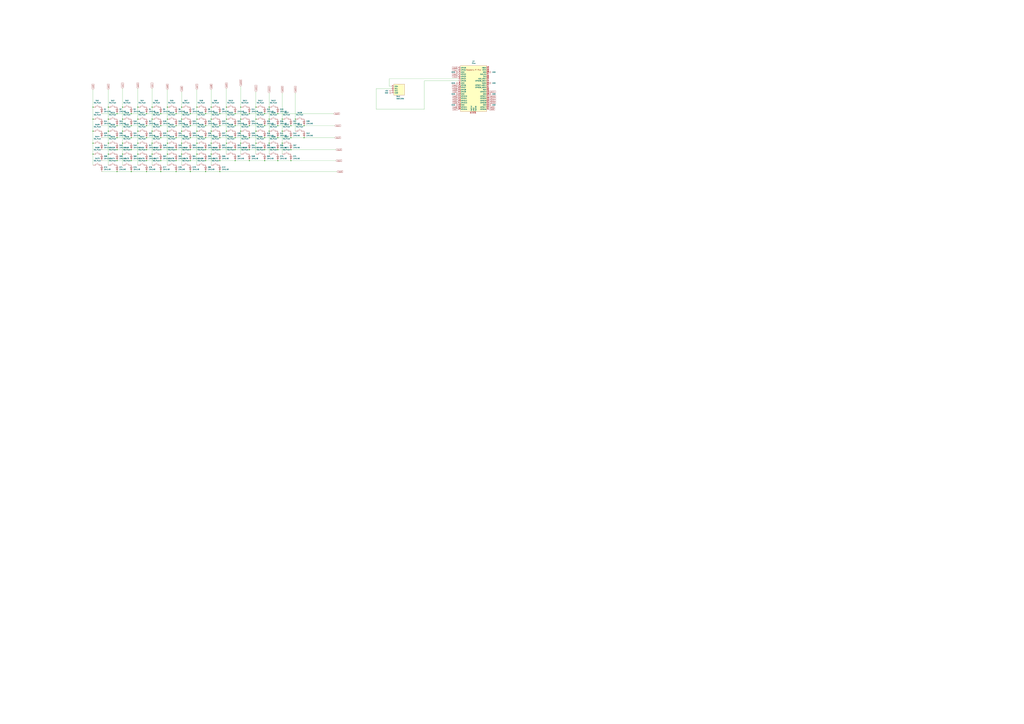
<source format=kicad_sch>
(kicad_sch (version 20250114) (generator "eeschema") (generator_version "9.0")
  (paper "A0")
  (junction (at 142.24 124.46))
  (junction (at 273.05 186.69))
  (junction (at 176.53 152.4))
  (junction (at 238.76 173.99))
  (junction (at 210.82 124.46))
  (junction (at 210.82 179.07))
  (junction (at 297.18 152.4))
  (junction (at 289.56 173.99))
  (junction (at 342.9 138.43))
  (junction (at 170.18 146.05))
  (junction (at 135.89 132.08))
  (junction (at 142.24 179.07))
  (junction (at 245.11 179.07))
  (junction (at 125.73 179.07))
  (junction (at 170.18 132.08))
  (junction (at 220.98 160.02))
  (junction (at 273.05 173.99))
  (junction (at 176.53 179.07))
  (junction (at 142.24 152.4))
  (junction (at 279.4 152.4))
  (junction (at 220.98 132.08))
  (junction (at 322.58 186.69))
  (junction (at 160.02 166.37))
  (junction (at 186.69 132.08))
  (junction (at 152.4 173.99))
  (junction (at 262.89 124.46))
  (junction (at 186.69 173.99))
  (junction (at 228.6 138.43))
  (junction (at 170.18 160.02))
  (junction (at 210.82 152.4))
  (junction (at 228.6 179.07))
  (junction (at 262.89 166.37))
  (junction (at 327.66 152.4))
  (junction (at 255.27 186.69))
  (junction (at 204.47 173.99))
  (junction (at 107.95 179.07))
  (junction (at 289.56 160.02))
  (junction (at 125.73 152.4))
  (junction (at 220.98 146.05))
  (junction (at 289.56 146.05))
  (junction (at 238.76 132.08))
  (junction (at 245.11 166.37))
  (junction (at 135.89 146.05))
  (junction (at 152.4 160.02))
  (junction (at 289.56 132.08))
  (junction (at 279.4 166.37))
  (junction (at 152.4 199.39))
  (junction (at 107.95 166.37))
  (junction (at 279.4 138.43))
  (junction (at 204.47 146.05))
  (junction (at 307.34 160.02))
  (junction (at 255.27 160.02))
  (junction (at 297.18 138.43))
  (junction (at 255.27 132.08))
  (junction (at 152.4 132.08))
  (junction (at 228.6 124.46))
  (junction (at 204.47 186.69))
  (junction (at 135.89 186.69))
  (junction (at 262.89 138.43))
  (junction (at 255.27 199.39))
  (junction (at 220.98 173.99))
  (junction (at 279.4 124.46))
  (junction (at 228.6 166.37))
  (junction (at 170.18 173.99))
  (junction (at 307.34 173.99))
  (junction (at 312.42 124.46))
  (junction (at 204.47 199.39))
  (junction (at 289.56 186.69))
  (junction (at 142.24 138.43))
  (junction (at 297.18 124.46))
  (junction (at 160.02 152.4))
  (junction (at 273.05 160.02))
  (junction (at 322.58 146.05))
  (junction (at 238.76 146.05))
  (junction (at 176.53 124.46))
  (junction (at 186.69 186.69))
  (junction (at 135.89 160.02))
  (junction (at 353.06 146.05))
  (junction (at 353.06 160.02))
  (junction (at 228.6 152.4))
  (junction (at 307.34 132.08))
  (junction (at 210.82 138.43))
  (junction (at 107.95 138.43))
  (junction (at 245.11 138.43))
  (junction (at 220.98 186.69))
  (junction (at 186.69 160.02))
  (junction (at 238.76 160.02))
  (junction (at 327.66 166.37))
  (junction (at 322.58 132.08))
  (junction (at 176.53 138.43))
  (junction (at 262.89 152.4))
  (junction (at 176.53 166.37))
  (junction (at 194.31 138.43))
  (junction (at 125.73 166.37))
  (junction (at 194.31 179.07))
  (junction (at 337.82 160.02))
  (junction (at 255.27 146.05))
  (junction (at 125.73 138.43))
  (junction (at 322.58 173.99))
  (junction (at 186.69 146.05))
  (junction (at 245.11 124.46))
  (junction (at 135.89 199.39))
  (junction (at 273.05 132.08))
  (junction (at 160.02 138.43))
  (junction (at 322.58 160.02))
  (junction (at 194.31 124.46))
  (junction (at 194.31 166.37))
  (junction (at 142.24 166.37))
  (junction (at 337.82 173.99))
  (junction (at 170.18 199.39))
  (junction (at 238.76 186.69))
  (junction (at 238.76 199.39))
  (junction (at 204.47 132.08))
  (junction (at 204.47 160.02))
  (junction (at 125.73 124.46))
  (junction (at 312.42 166.37))
  (junction (at 160.02 124.46))
  (junction (at 152.4 186.69))
  (junction (at 312.42 152.4))
  (junction (at 220.98 199.39))
  (junction (at 135.89 173.99))
  (junction (at 245.11 152.4))
  (junction (at 186.69 199.39))
  (junction (at 327.66 138.43))
  (junction (at 194.31 152.4))
  (junction (at 255.27 173.99))
  (junction (at 297.18 166.37))
  (junction (at 337.82 186.69))
  (junction (at 337.82 146.05))
  (junction (at 152.4 146.05))
  (junction (at 160.02 179.07))
  (junction (at 170.18 186.69))
  (junction (at 210.82 166.37))
  (junction (at 307.34 146.05))
  (junction (at 107.95 124.46))
  (junction (at 307.34 186.69))
  (junction (at 107.95 152.4))
  (junction (at 273.05 146.05))
  (junction (at 312.42 138.43))
  (wire (pts (xy 238.76 186.69) (xy 255.27 186.69)))
  (wire (pts (xy 210.82 179.07) (xy 210.82 191.77)))
  (wire (pts (xy 135.89 173.99) (xy 152.4 173.99)))
  (wire (pts (xy 337.82 146.05) (xy 353.06 146.05)))
  (wire (pts (xy 186.69 173.99) (xy 204.47 173.99)))
  (wire (pts (xy 312.42 166.37) (xy 312.42 179.07)))
  (wire (pts (xy 125.73 179.07) (xy 125.73 191.77)))
  (wire (pts (xy 322.58 186.69) (xy 337.82 186.69)))
  (wire (pts (xy 160.02 124.46) (xy 160.02 102.87)))
  (wire (pts (xy 245.11 152.4) (xy 245.11 166.37)))
  (wire (pts (xy 152.4 186.69) (xy 170.18 186.69)))
  (wire (pts (xy 210.82 152.4) (xy 210.82 166.37)))
  (wire (pts (xy 118.11 146.05) (xy 135.89 146.05)))
  (wire (pts (xy 170.18 160.02) (xy 186.69 160.02)))
  (wire (pts (xy 160.02 152.4) (xy 160.02 138.43)))
  (wire (pts (xy 273.05 173.99) (xy 289.56 173.99)))
  (wire (pts (xy 228.6 166.37) (xy 228.6 179.07)))
  (wire (pts (xy 210.82 138.43) (xy 210.82 152.4)))
  (wire (pts (xy 142.24 179.07) (xy 142.24 191.77)))
  (wire (pts (xy 118.11 186.69) (xy 135.89 186.69)))
  (wire (pts (xy 194.31 124.46) (xy 194.31 138.43)))
  (wire (pts (xy 186.69 132.08) (xy 204.47 132.08)))
  (wire (pts (xy 204.47 160.02) (xy 220.98 160.02)))
  (wire (pts (xy 452.12 100.33) (xy 454.66 100.33)))
  (wire (pts (xy 436.88 102.87) (xy 436.88 127)))
  (wire (pts (xy 353.06 160.02) (xy 388.62 160.02)))
  (wire (pts (xy 118.11 173.99) (xy 135.89 173.99)))
  (wire (pts (xy 210.82 166.37) (xy 210.82 179.07)))
  (wire (pts (xy 142.24 124.46) (xy 142.24 138.43)))
  (wire (pts (xy 273.05 186.69) (xy 289.56 186.69)))
  (wire (pts (xy 279.4 124.46) (xy 279.4 138.43)))
  (wire (pts (xy 245.11 179.07) (xy 245.11 191.77)))
  (wire (pts (xy 353.06 146.05) (xy 388.62 146.05)))
  (wire (pts (xy 255.27 173.99) (xy 273.05 173.99)))
  (wire (pts (xy 152.4 146.05) (xy 170.18 146.05)))
  (wire (pts (xy 107.95 179.07) (xy 107.95 191.77)))
  (wire (pts (xy 307.34 173.99) (xy 322.58 173.99)))
  (wire (pts (xy 255.27 146.05) (xy 273.05 146.05)))
  (wire (pts (xy 273.05 160.02) (xy 289.56 160.02)))
  (wire (pts (xy 186.69 186.69) (xy 204.47 186.69)))
  (wire (pts (xy 107.95 152.4) (xy 107.95 166.37)))
  (wire (pts (xy 322.58 173.99) (xy 337.82 173.99)))
  (wire (pts (xy 152.4 173.99) (xy 170.18 173.99)))
  (wire (pts (xy 337.82 160.02) (xy 353.06 160.02)))
  (wire (pts (xy 492.76 93.98) (xy 532.13 93.98)))
  (wire (pts (xy 194.31 166.37) (xy 194.31 179.07)))
  (wire (pts (xy 279.4 138.43) (xy 279.4 152.4)))
  (wire (pts (xy 289.56 132.08) (xy 307.34 132.08)))
  (wire (pts (xy 436.88 127) (xy 492.76 127)))
  (wire (pts (xy 342.9 107.95) (xy 342.9 138.43)))
  (wire (pts (xy 238.76 173.99) (xy 255.27 173.99)))
  (wire (pts (xy 279.4 100.33) (xy 279.4 124.46)))
  (wire (pts (xy 210.82 124.46) (xy 210.82 138.43)))
  (wire (pts (xy 186.69 146.05) (xy 204.47 146.05)))
  (wire (pts (xy 220.98 186.69) (xy 238.76 186.69)))
  (wire (pts (xy 255.27 160.02) (xy 273.05 160.02)))
  (wire (pts (xy 228.6 138.43) (xy 228.6 152.4)))
  (wire (pts (xy 255.27 132.08) (xy 273.05 132.08)))
  (wire (pts (xy 152.4 160.02) (xy 170.18 160.02)))
  (wire (pts (xy 322.58 160.02) (xy 337.82 160.02)))
  (wire (pts (xy 297.18 179.07) (xy 297.18 166.37)))
  (wire (pts (xy 297.18 152.4) (xy 297.18 138.43)))
  (wire (pts (xy 186.69 160.02) (xy 204.47 160.02)))
  (wire (pts (xy 194.31 179.07) (xy 194.31 191.77)))
  (wire (pts (xy 194.31 104.14) (xy 194.31 124.46)))
  (wire (pts (xy 342.9 138.43) (xy 342.9 152.4)))
  (wire (pts (xy 307.34 160.02) (xy 322.58 160.02)))
  (wire (pts (xy 327.66 152.4) (xy 327.66 166.37)))
  (wire (pts (xy 135.89 186.69) (xy 152.4 186.69)))
  (wire (pts (xy 220.98 160.02) (xy 238.76 160.02)))
  (wire (pts (xy 289.56 173.99) (xy 307.34 173.99)))
  (wire (pts (xy 255.27 186.69) (xy 273.05 186.69)))
  (wire (pts (xy 245.11 124.46) (xy 245.11 138.43)))
  (wire (pts (xy 135.89 146.05) (xy 152.4 146.05)))
  (wire (pts (xy 245.11 104.14) (xy 245.11 124.46)))
  (wire (pts (xy 142.24 138.43) (xy 142.24 152.4)))
  (wire (pts (xy 204.47 173.99) (xy 220.98 173.99)))
  (wire (pts (xy 220.98 199.39) (xy 238.76 199.39)))
  (wire (pts (xy 238.76 146.05) (xy 255.27 146.05)))
  (wire (pts (xy 107.95 166.37) (xy 107.95 179.07)))
  (wire (pts (xy 297.18 166.37) (xy 297.18 152.4)))
  (wire (pts (xy 532.13 91.44) (xy 452.12 91.44)))
  (wire (pts (xy 142.24 166.37) (xy 142.24 179.07)))
  (wire (pts (xy 135.89 132.08) (xy 152.4 132.08)))
  (wire (pts (xy 152.4 132.08) (xy 170.18 132.08)))
  (wire (pts (xy 204.47 199.39) (xy 220.98 199.39)))
  (wire (pts (xy 204.47 132.08) (xy 220.98 132.08)))
  (wire (pts (xy 176.53 166.37) (xy 176.53 179.07)))
  (wire (pts (xy 245.11 138.43) (xy 245.11 152.4)))
  (wire (pts (xy 160.02 166.37) (xy 160.02 152.4)))
  (wire (pts (xy 255.27 199.39) (xy 391.16 199.39)))
  (wire (pts (xy 322.58 132.08) (xy 387.35 132.08)))
  (wire (pts (xy 125.73 152.4) (xy 125.73 166.37)))
  (wire (pts (xy 327.66 107.95) (xy 327.66 138.43)))
  (wire (pts (xy 176.53 152.4) (xy 176.53 166.37)))
  (wire (pts (xy 142.24 152.4) (xy 142.24 166.37)))
  (wire (pts (xy 220.98 146.05) (xy 238.76 146.05)))
  (wire (pts (xy 307.34 132.08) (xy 322.58 132.08)))
  (wire (pts (xy 312.42 124.46) (xy 312.42 138.43)))
  (wire (pts (xy 228.6 179.07) (xy 228.6 191.77)))
  (wire (pts (xy 327.66 138.43) (xy 327.66 152.4)))
  (wire (pts (xy 337.82 186.69) (xy 389.89 186.69)))
  (wire (pts (xy 312.42 152.4) (xy 312.42 166.37)))
  (wire (pts (xy 176.53 138.43) (xy 176.53 152.4)))
  (wire (pts (xy 170.18 146.05) (xy 186.69 146.05)))
  (wire (pts (xy 176.53 179.07) (xy 176.53 191.77)))
  (wire (pts (xy 262.89 166.37) (xy 262.89 179.07)))
  (wire (pts (xy 170.18 173.99) (xy 186.69 173.99)))
  (wire (pts (xy 262.89 152.4) (xy 262.89 166.37)))
  (wire (pts (xy 220.98 132.08) (xy 238.76 132.08)))
  (wire (pts (xy 312.42 107.95) (xy 312.42 124.46)))
  (wire (pts (xy 107.95 124.46) (xy 107.95 138.43)))
  (wire (pts (xy 452.12 91.44) (xy 452.12 100.33)))
  (wire (pts (xy 125.73 124.46) (xy 125.73 138.43)))
  (wire (pts (xy 186.69 199.39) (xy 204.47 199.39)))
  (wire (pts (xy 238.76 160.02) (xy 255.27 160.02)))
  (wire (pts (xy 492.76 127) (xy 492.76 93.98)))
  (wire (pts (xy 238.76 199.39) (xy 255.27 199.39)))
  (wire (pts (xy 160.02 138.43) (xy 160.02 124.46)))
  (wire (pts (xy 454.66 102.87) (xy 436.88 102.87)))
  (wire (pts (xy 204.47 186.69) (xy 220.98 186.69)))
  (wire (pts (xy 322.58 146.05) (xy 337.82 146.05)))
  (wire (pts (xy 273.05 132.08) (xy 289.56 132.08)))
  (wire (pts (xy 142.24 102.87) (xy 142.24 124.46)))
  (wire (pts (xy 262.89 138.43) (xy 262.89 152.4)))
  (wire (pts (xy 297.18 138.43) (xy 297.18 124.46)))
  (wire (pts (xy 194.31 152.4) (xy 194.31 166.37)))
  (wire (pts (xy 220.98 173.99) (xy 238.76 173.99)))
  (wire (pts (xy 170.18 132.08) (xy 186.69 132.08)))
  (wire (pts (xy 170.18 186.69) (xy 186.69 186.69)))
  (wire (pts (xy 176.53 102.87) (xy 176.53 124.46)))
  (wire (pts (xy 238.76 132.08) (xy 255.27 132.08)))
  (wire (pts (xy 262.89 102.87) (xy 262.89 124.46)))
  (wire (pts (xy 170.18 199.39) (xy 186.69 199.39)))
  (wire (pts (xy 194.31 138.43) (xy 194.31 152.4)))
  (wire (pts (xy 107.95 104.14) (xy 107.95 124.46)))
  (wire (pts (xy 245.11 166.37) (xy 245.11 179.07)))
  (wire (pts (xy 279.4 152.4) (xy 279.4 166.37)))
  (wire (pts (xy 228.6 124.46) (xy 228.6 138.43)))
  (wire (pts (xy 337.82 173.99) (xy 389.89 173.99)))
  (wire (pts (xy 107.95 138.43) (xy 107.95 152.4)))
  (wire (pts (xy 152.4 199.39) (xy 170.18 199.39)))
  (wire (pts (xy 118.11 160.02) (xy 135.89 160.02)))
  (wire (pts (xy 289.56 160.02) (xy 307.34 160.02)))
  (wire (pts (xy 289.56 186.69) (xy 307.34 186.69)))
  (wire (pts (xy 118.11 132.08) (xy 135.89 132.08)))
  (wire (pts (xy 273.05 146.05) (xy 289.56 146.05)))
  (wire (pts (xy 210.82 106.68) (xy 210.82 124.46)))
  (wire (pts (xy 204.47 146.05) (xy 220.98 146.05)))
  (wire (pts (xy 118.11 199.39) (xy 135.89 199.39)))
  (wire (pts (xy 228.6 104.14) (xy 228.6 124.46)))
  (wire (pts (xy 279.4 166.37) (xy 279.4 179.07)))
  (wire (pts (xy 307.34 186.69) (xy 322.58 186.69)))
  (wire (pts (xy 176.53 124.46) (xy 176.53 138.43)))
  (wire (pts (xy 228.6 152.4) (xy 228.6 166.37)))
  (wire (pts (xy 327.66 166.37) (xy 327.66 179.07)))
  (wire (pts (xy 125.73 166.37) (xy 125.73 179.07)))
  (wire (pts (xy 125.73 138.43) (xy 125.73 152.4)))
  (wire (pts (xy 312.42 138.43) (xy 312.42 152.4)))
  (wire (pts (xy 125.73 104.14) (xy 125.73 124.46)))
  (wire (pts (xy 160.02 191.77) (xy 160.02 179.07)))
  (wire (pts (xy 135.89 199.39) (xy 152.4 199.39)))
  (wire (pts (xy 307.34 146.05) (xy 322.58 146.05)))
  (wire (pts (xy 297.18 124.46) (xy 297.18 106.68)))
  (wire (pts (xy 160.02 179.07) (xy 160.02 166.37)))
  (wire (pts (xy 262.89 124.46) (xy 262.89 138.43)))
  (wire (pts (xy 289.56 146.05) (xy 307.34 146.05)))
  (wire (pts (xy 135.89 160.02) (xy 152.4 160.02)))
  (global_label "col13" (shape input) (at 327.66 107.95 90) (property "Intersheetrefs" "${INTERSHEET_REFS}" (effects (hide yes))))
  (global_label "col11" (shape input) (at 567.69 116.84 0) (property "Intersheetrefs" "${INTERSHEET_REFS}" (effects (hide yes))))
  (global_label "col4" (shape input) (at 532.13 116.84 180) (property "Intersheetrefs" "${INTERSHEET_REFS}" (effects (hide yes))))
  (global_label "col8" (shape input) (at 245.11 104.14 90) (property "Intersheetrefs" "${INTERSHEET_REFS}" (effects (hide yes))))
  (global_label "row2" (shape input) (at 388.62 160.02 0) (property "Intersheetrefs" "${INTERSHEET_REFS}" (effects (hide yes))))
  (global_label "row2" (shape input) (at 532.13 86.36 180) (property "Intersheetrefs" "${INTERSHEET_REFS}" (effects (hide yes))))
  (global_label "col12" (shape input) (at 312.42 107.95 90) (property "Intersheetrefs" "${INTERSHEET_REFS}" (effects (hide yes))))
  (global_label "row0" (shape input) (at 532.13 78.74 180) (property "Intersheetrefs" "${INTERSHEET_REFS}" (effects (hide yes))))
  (global_label "col14" (shape input) (at 342.9 107.95 90) (property "Intersheetrefs" "${INTERSHEET_REFS}" (effects (hide yes))))
  (global_label "col13" (shape input) (at 567.69 111.76 0) (property "Intersheetrefs" "${INTERSHEET_REFS}" (effects (hide yes))))
  (global_label "col0" (shape input) (at 532.13 104.14 180) (property "Intersheetrefs" "${INTERSHEET_REFS}" (effects (hide yes))))
  (global_label "col3" (shape input) (at 532.13 114.3 180) (property "Intersheetrefs" "${INTERSHEET_REFS}" (effects (hide yes))))
  (global_label "row4" (shape input) (at 389.89 186.69 0) (property "Intersheetrefs" "${INTERSHEET_REFS}" (effects (hide yes))))
  (global_label "col1" (shape input) (at 125.73 104.14 90) (property "Intersheetrefs" "${INTERSHEET_REFS}" (effects (hide yes))))
  (global_label "row0" (shape input) (at 387.35 132.08 0) (property "Intersheetrefs" "${INTERSHEET_REFS}" (effects (hide yes))))
  (global_label "col6" (shape input) (at 210.82 106.68 90) (property "Intersheetrefs" "${INTERSHEET_REFS}" (effects (hide yes))))
  (global_label "col1" (shape input) (at 532.13 106.68 180) (property "Intersheetrefs" "${INTERSHEET_REFS}" (effects (hide yes))))
  (global_label "col14" (shape input) (at 567.69 106.68 0) (property "Intersheetrefs" "${INTERSHEET_REFS}" (effects (hide yes))))
  (global_label "row4" (shape input) (at 532.13 99.06 180) (property "Intersheetrefs" "${INTERSHEET_REFS}" (effects (hide yes))))
  (global_label "row1" (shape input) (at 532.13 81.28 180) (property "Intersheetrefs" "${INTERSHEET_REFS}" (effects (hide yes))))
  (global_label "row5" (shape input) (at 391.16 199.39 0) (property "Intersheetrefs" "${INTERSHEET_REFS}" (effects (hide yes))))
  (global_label "col7" (shape input) (at 228.6 104.14 90) (property "Intersheetrefs" "${INTERSHEET_REFS}" (effects (hide yes))))
  (global_label "col0" (shape input) (at 107.95 104.14 90) (property "Intersheetrefs" "${INTERSHEET_REFS}" (effects (hide yes))))
  (global_label "row5" (shape input) (at 532.13 101.6 180) (property "Intersheetrefs" "${INTERSHEET_REFS}" (effects (hide yes))))
  (global_label "row3" (shape input) (at 532.13 88.9 180) (property "Intersheetrefs" "${INTERSHEET_REFS}" (effects (hide yes))))
  (global_label "col10" (shape input) (at 567.69 119.38 0) (property "Intersheetrefs" "${INTERSHEET_REFS}" (effects (hide yes))))
  (global_label "col2" (shape input) (at 142.24 102.87 90) (property "Intersheetrefs" "${INTERSHEET_REFS}" (effects (hide yes))))
  (global_label "col7" (shape input) (at 532.13 127 180) (property "Intersheetrefs" "${INTERSHEET_REFS}" (effects (hide yes))))
  (global_label "col6" (shape input) (at 532.13 124.46 180) (property "Intersheetrefs" "${INTERSHEET_REFS}" (effects (hide yes))))
  (global_label "col9" (shape input) (at 262.89 102.87 90) (property "Intersheetrefs" "${INTERSHEET_REFS}" (effects (hide yes))))
  (global_label "col11" (shape input) (at 297.18 106.68 90) (property "Intersheetrefs" "${INTERSHEET_REFS}" (effects (hide yes))))
  (global_label "col3" (shape input) (at 160.02 102.87 90) (property "Intersheetrefs" "${INTERSHEET_REFS}" (effects (hide yes))))
  (global_label "col5" (shape input) (at 532.13 119.38 180) (property "Intersheetrefs" "${INTERSHEET_REFS}" (effects (hide yes))))
  (global_label "col2" (shape input) (at 532.13 111.76 180) (property "Intersheetrefs" "${INTERSHEET_REFS}" (effects (hide yes))))
  (global_label "col8" (shape input) (at 567.69 127 0) (property "Intersheetrefs" "${INTERSHEET_REFS}" (effects (hide yes))))
  (global_label "col9" (shape input) (at 567.69 124.46 0) (property "Intersheetrefs" "${INTERSHEET_REFS}" (effects (hide yes))))
  (global_label "col5" (shape input) (at 194.31 104.14 90) (property "Intersheetrefs" "${INTERSHEET_REFS}" (effects (hide yes))))
  (global_label "col12" (shape input) (at 567.69 114.3 0) (property "Intersheetrefs" "${INTERSHEET_REFS}" (effects (hide yes))))
  (global_label "row3" (shape input) (at 389.89 173.99 0) (property "Intersheetrefs" "${INTERSHEET_REFS}" (effects (hide yes))))
  (global_label "row1" (shape input) (at 388.62 146.05 0) (property "Intersheetrefs" "${INTERSHEET_REFS}" (effects (hide yes))))
  (global_label "col4" (shape input) (at 176.53 102.87 90) (property "Intersheetrefs" "${INTERSHEET_REFS}" (effects (hide yes))))
  (global_label "col10" (shape input) (at 279.4 100.33 90) (property "Intersheetrefs" "${INTERSHEET_REFS}" (effects (hide yes))))
  (symbol (lib_id "Switch:SW_Push") (at 317.5 138.43 0) (unit 1)
    (property "Reference" "SW26" (at 317.5 130.81 0))
    (property "Value" "SW_Push" (at 317.5 133.35 0))
    (property "Footprint" "Button_Switch_Keyboard:SW_Cherry_MX_1.00u_PCB" (effects (hide yes)))
    (property "Description" "Push button switch, generic, two pins" (effects (hide yes)))
  )
  (symbol (lib_id "Diode:1N4148") (at 255.27 128.27 90) (unit 1)
    (property "Reference" "D9" (at 257.81 126.9999 90) (effects (justify right)))
    (property "Value" "1N4148" (at 257.81 129.5399 90) (effects (justify right)))
    (property "Footprint" "Diode_THT:D_DO-35_SOD27_P7.62mm_Horizontal" (effects (hide yes)))
    (property "Datasheet" "https://assets.nexperia.com/documents/data-sheet/1N4148_1N4448.pdf" (effects (hide yes)))
    (property "Description" "100V 0.15A standard switching diode, DO-35" (effects (hide yes)))
    (property "Sim.Device" "D" (effects (hide yes)))
    (property "Sim.Pins" "1=K 2=A" (effects (hide yes)))
  )
  (symbol (lib_id "Diode:1N4148") (at 170.18 142.24 90) (unit 1)
    (property "Reference" "D17" (at 172.72 140.9699 90) (effects (justify right)))
    (property "Value" "1N4148" (at 172.72 143.5099 90) (effects (justify right)))
    (property "Footprint" "Diode_THT:D_DO-35_SOD27_P7.62mm_Horizontal" (effects (hide yes)))
    (property "Datasheet" "https://assets.nexperia.com/documents/data-sheet/1N4148_1N4448.pdf" (effects (hide yes)))
    (property "Description" "100V 0.15A standard switching diode, DO-35" (effects (hide yes)))
    (property "Sim.Device" "D" (effects (hide yes)))
    (property "Sim.Pins" "1=K 2=A" (effects (hide yes)))
  )
  (symbol (lib_id "SSD1306-128x64_OLED:SSD1306") (at 463.55 104.14 90) (unit 1)
    (property "Reference" "Brd1" (at 460.248 112.014 90) (effects (justify right)))
    (property "Value" "SSD1306" (at 460.248 114.554 90) (effects (justify right)))
    (property "Footprint" "KiCad-SSD1306-0.91-OLED-4pin-128x32.pretty-master:SSD1306-0.91-OLED-4pin-128x32" (effects (hide yes)))
    (property "Description" "SSD1306 OLED" (effects (hide yes)))
  )
  (symbol (lib_id "Diode:1N4148") (at 273.05 128.27 90) (unit 1)
    (property "Reference" "D10" (effects (hide yes)))
    (property "Value" "1N4148" (at 275.59 129.5399 90) (effects (justify right)))
    (property "Footprint" "Diode_THT:D_DO-35_SOD27_P7.62mm_Horizontal" (effects (hide yes)))
    (property "Datasheet" "https://assets.nexperia.com/documents/data-sheet/1N4148_1N4448.pdf" (effects (hide yes)))
    (property "Description" "100V 0.15A standard switching diode, DO-35" (effects (hide yes)))
    (property "Sim.Device" "D" (effects (hide yes)))
    (property "Sim.Pins" "1=K 2=A" (effects (hide yes)))
  )
  (symbol (lib_id "Switch:SW_Push") (at 250.19 152.4 0) (unit 1)
    (property "Reference" "SW37" (at 250.19 144.78 0))
    (property "Value" "SW_Push" (at 250.19 147.32 0))
    (property "Footprint" "Button_Switch_Keyboard:SW_Cherry_MX_1.00u_PCB" (effects (hide yes)))
    (property "Description" "Push button switch, generic, two pins" (effects (hide yes)))
  )
  (symbol (lib_id "Switch:SW_Push") (at 181.61 124.46 0) (unit 1)
    (property "Reference" "SW5" (at 181.61 116.84 0))
    (property "Value" "SW_Push" (at 181.61 119.38 0))
    (property "Footprint" "Button_Switch_Keyboard:SW_Cherry_MX_1.00u_PCB" (effects (hide yes)))
    (property "Description" "Push button switch, generic, two pins" (effects (hide yes)))
  )
  (symbol (lib_id "Diode:1N4148") (at 204.47 182.88 90) (unit 1)
    (property "Reference" "D63" (at 207.01 181.6099 90) (effects (justify right)))
    (property "Value" "1N4148" (at 207.01 184.1499 90) (effects (justify right)))
    (property "Footprint" "Diode_THT:D_DO-35_SOD27_P7.62mm_Horizontal" (effects (hide yes)))
    (property "Datasheet" "https://assets.nexperia.com/documents/data-sheet/1N4148_1N4448.pdf" (effects (hide yes)))
    (property "Description" "100V 0.15A standard switching diode, DO-35" (effects (hide yes)))
    (property "Sim.Device" "D" (effects (hide yes)))
    (property "Sim.Pins" "1=K 2=A" (effects (hide yes)))
  )
  (symbol (lib_id "Diode:1N4148") (at 170.18 195.58 90) (unit 1)
    (property "Reference" "D76" (at 172.72 194.3099 90) (effects (justify right)))
    (property "Value" "1N4148" (at 172.72 196.8499 90) (effects (justify right)))
    (property "Footprint" "Diode_THT:D_DO-35_SOD27_P7.62mm_Horizontal" (effects (hide yes)))
    (property "Datasheet" "https://assets.nexperia.com/documents/data-sheet/1N4148_1N4448.pdf" (effects (hide yes)))
    (property "Description" "100V 0.15A standard switching diode, DO-35" (effects (hide yes)))
    (property "Sim.Device" "D" (effects (hide yes)))
    (property "Sim.Pins" "1=K 2=A" (effects (hide yes)))
  )
  (symbol (lib_id "Switch:SW_Push") (at 165.1 166.37 0) (unit 1)
    (property "Reference" "SW47" (at 165.1 158.75 0))
    (property "Value" "SW_Push" (at 165.1 161.29 0))
    (property "Footprint" "Button_Switch_Keyboard:SW_Cherry_MX_1.00u_PCB" (effects (hide yes)))
    (property "Description" "Push button switch, generic, two pins" (effects (hide yes)))
  )
  (symbol (lib_id "Diode:1N4148") (at 353.06 156.21 90) (unit 1)
    (property "Reference" "D43" (at 355.6 154.9399 90) (effects (justify right)))
    (property "Value" "1N4148" (at 355.6 157.4799 90) (effects (justify right)))
    (property "Footprint" "Diode_THT:D_DO-35_SOD27_P7.62mm_Horizontal" (effects (hide yes)))
    (property "Datasheet" "https://assets.nexperia.com/documents/data-sheet/1N4148_1N4448.pdf" (effects (hide yes)))
    (property "Description" "100V 0.15A standard switching diode, DO-35" (effects (hide yes)))
    (property "Sim.Device" "D" (effects (hide yes)))
    (property "Sim.Pins" "1=K 2=A" (effects (hide yes)))
  )
  (symbol (lib_id "Switch:SW_Push") (at 284.48 138.43 0) (unit 1)
    (property "Reference" "SW24" (at 284.48 130.81 0))
    (property "Value" "SW_Push" (at 284.48 133.35 0))
    (property "Footprint" "Button_Switch_Keyboard:SW_Cherry_MX_1.00u_PCB" (effects (hide yes)))
    (property "Description" "Push button switch, generic, two pins" (effects (hide yes)))
  )
  (symbol (lib_id "Switch:SW_Push") (at 302.26 124.46 0) (unit 1)
    (property "Reference" "SW12" (at 302.26 116.84 0))
    (property "Value" "SW_Push" (at 302.26 119.38 0))
    (property "Footprint" "Button_Switch_Keyboard:SW_Cherry_MX_1.00u_PCB" (effects (hide yes)))
    (property "Description" "Push button switch, generic, two pins" (effects (hide yes)))
  )
  (symbol (lib_id "Diode:1N4148") (at 170.18 128.27 90) (unit 1)
    (property "Reference" "D4" (at 172.72 126.9999 90) (effects (justify right)))
    (property "Value" "1N4148" (at 172.72 129.5399 90) (effects (justify right)))
    (property "Footprint" "Diode_THT:D_DO-35_SOD27_P7.62mm_Horizontal" (effects (hide yes)))
    (property "Datasheet" "https://assets.nexperia.com/documents/data-sheet/1N4148_1N4448.pdf" (effects (hide yes)))
    (property "Description" "100V 0.15A standard switching diode, DO-35" (effects (hide yes)))
    (property "Sim.Device" "D" (effects (hide yes)))
    (property "Sim.Pins" "1=K 2=A" (effects (hide yes)))
  )
  (symbol (lib_id "Switch:SW_Push") (at 181.61 166.37 0) (unit 1)
    (property "Reference" "SW48" (at 181.61 158.75 0))
    (property "Value" "SW_Push" (at 181.61 161.29 0))
    (property "Footprint" "Button_Switch_Keyboard:SW_Cherry_MX_1.00u_PCB" (effects (hide yes)))
    (property "Description" "Push button switch, generic, two pins" (effects (hide yes)))
  )
  (symbol (lib_id "Switch:SW_Push") (at 233.68 191.77 0) (unit 1)
    (property "Reference" "SW80" (at 233.68 184.15 0))
    (property "Value" "SW_Push" (at 233.68 186.69 0))
    (property "Footprint" "Button_Switch_Keyboard:SW_Cherry_MX_1.00u_PCB" (effects (hide yes)))
    (property "Description" "Push button switch, generic, two pins" (effects (hide yes)))
  )
  (symbol (lib_id "Switch:SW_Push") (at 147.32 138.43 0) (unit 1)
    (property "Reference" "SW16" (at 147.32 130.81 0))
    (property "Value" "SW_Push" (at 147.32 133.35 0))
    (property "Footprint" "Button_Switch_Keyboard:SW_Cherry_MX_1.00u_PCB" (effects (hide yes)))
    (property "Description" "Push button switch, generic, two pins" (effects (hide yes)))
  )
  (symbol (lib_id "Diode:1N4148") (at 289.56 156.21 90) (unit 1)
    (property "Reference" "D39" (at 292.1 154.9399 90) (effects (justify right)))
    (property "Value" "1N4148" (at 292.1 157.4799 90) (effects (justify right)))
    (property "Footprint" "Diode_THT:D_DO-35_SOD27_P7.62mm_Horizontal" (effects (hide yes)))
    (property "Datasheet" "https://assets.nexperia.com/documents/data-sheet/1N4148_1N4448.pdf" (effects (hide yes)))
    (property "Description" "100V 0.15A standard switching diode, DO-35" (effects (hide yes)))
    (property "Sim.Device" "D" (effects (hide yes)))
    (property "Sim.Pins" "1=K 2=A" (effects (hide yes)))
  )
  (symbol (lib_id "Switch:SW_Push") (at 181.61 191.77 0) (unit 1)
    (property "Reference" "SW77" (at 181.61 184.15 0))
    (property "Value" "SW_Push" (at 181.61 186.69 0))
    (property "Footprint" "Button_Switch_Keyboard:SW_Cherry_MX_1.25u_PCB" (effects (hide yes)))
    (property "Description" "Push button switch, generic, two pins" (effects (hide yes)))
  )
  (symbol (lib_id "Diode:1N4148") (at 255.27 156.21 90) (unit 1)
    (property "Reference" "D37" (at 257.81 154.9399 90) (effects (justify right)))
    (property "Value" "1N4148" (at 257.81 157.4799 90) (effects (justify right)))
    (property "Footprint" "Diode_THT:D_DO-35_SOD27_P7.62mm_Horizontal" (effects (hide yes)))
    (property "Datasheet" "https://assets.nexperia.com/documents/data-sheet/1N4148_1N4448.pdf" (effects (hide yes)))
    (property "Description" "100V 0.15A standard switching diode, DO-35" (effects (hide yes)))
    (property "Sim.Device" "D" (effects (hide yes)))
    (property "Sim.Pins" "1=K 2=A" (effects (hide yes)))
  )
  (symbol (lib_id "Switch:SW_Push") (at 147.32 166.37 0) (unit 1)
    (property "Reference" "SW46" (at 147.32 158.75 0))
    (property "Value" "SW_Push" (at 147.32 161.29 0))
    (property "Footprint" "Button_Switch_Keyboard:SW_Cherry_MX_1.00u_PCB" (effects (hide yes)))
    (property "Description" "Push button switch, generic, two pins" (effects (hide yes)))
  )
  (symbol (lib_id "Diode:1N4148") (at 255.27 170.18 90) (unit 1)
    (property "Reference" "D52" (at 257.81 168.9099 90) (effects (justify right)))
    (property "Value" "1N4148" (at 257.81 171.4499 90) (effects (justify right)))
    (property "Footprint" "Diode_THT:D_DO-35_SOD27_P7.62mm_Horizontal" (effects (hide yes)))
    (property "Datasheet" "https://assets.nexperia.com/documents/data-sheet/1N4148_1N4448.pdf" (effects (hide yes)))
    (property "Description" "100V 0.15A standard switching diode, DO-35" (effects (hide yes)))
    (property "Sim.Device" "D" (effects (hide yes)))
    (property "Sim.Pins" "1=K 2=A" (effects (hide yes)))
  )
  (symbol (lib_id "Diode:1N4148") (at 204.47 128.27 90) (unit 1)
    (property "Reference" "D6" (at 207.01 126.9999 90) (effects (justify right)))
    (property "Value" "1N4148" (at 207.01 129.5399 90) (effects (justify right)))
    (property "Footprint" "Diode_THT:D_DO-35_SOD27_P7.62mm_Horizontal" (effects (hide yes)))
    (property "Datasheet" "https://assets.nexperia.com/documents/data-sheet/1N4148_1N4448.pdf" (effects (hide yes)))
    (property "Description" "100V 0.15A standard switching diode, DO-35" (effects (hide yes)))
    (property "Sim.Device" "D" (effects (hide yes)))
    (property "Sim.Pins" "1=K 2=A" (effects (hide yes)))
  )
  (symbol (lib_id "Switch:SW_Push") (at 215.9 179.07 0) (unit 1)
    (property "Reference" "SW64" (at 215.9 171.45 0))
    (property "Value" "SW_Push" (at 215.9 173.99 0))
    (property "Footprint" "Button_Switch_Keyboard:SW_Cherry_MX_1.00u_PCB" (effects (hide yes)))
    (property "Description" "Push button switch, generic, two pins" (effects (hide yes)))
  )
  (symbol (lib_id "Diode:1N4148") (at 170.18 182.88 90) (unit 1)
    (property "Reference" "D61" (at 172.72 181.6099 90) (effects (justify right)))
    (property "Value" "1N4148" (at 172.72 184.1499 90) (effects (justify right)))
    (property "Footprint" "Diode_THT:D_DO-35_SOD27_P7.62mm_Horizontal" (effects (hide yes)))
    (property "Datasheet" "https://assets.nexperia.com/documents/data-sheet/1N4148_1N4448.pdf" (effects (hide yes)))
    (property "Description" "100V 0.15A standard switching diode, DO-35" (effects (hide yes)))
    (property "Sim.Device" "D" (effects (hide yes)))
    (property "Sim.Pins" "1=K 2=A" (effects (hide yes)))
  )
  (symbol (lib_id "Diode:1N4148") (at 289.56 142.24 90) (unit 1)
    (property "Reference" "D24" (at 292.1 140.9699 90) (effects (justify right)))
    (property "Value" "1N4148" (at 292.1 143.5099 90) (effects (justify right)))
    (property "Footprint" "Diode_THT:D_DO-35_SOD27_P7.62mm_Horizontal" (effects (hide yes)))
    (property "Datasheet" "https://assets.nexperia.com/documents/data-sheet/1N4148_1N4448.pdf" (effects (hide yes)))
    (property "Description" "100V 0.15A standard switching diode, DO-35" (effects (hide yes)))
    (property "Sim.Device" "D" (effects (hide yes)))
    (property "Sim.Pins" "1=K 2=A" (effects (hide yes)))
  )
  (symbol (lib_id "Diode:1N4148") (at 118.11 182.88 90) (unit 1)
    (property "Reference" "D58" (at 120.65 181.6099 90) (effects (justify right)))
    (property "Value" "1N4148" (at 120.65 184.1499 90) (effects (justify right)))
    (property "Footprint" "Diode_THT:D_DO-35_SOD27_P7.62mm_Horizontal" (effects (hide yes)))
    (property "Datasheet" "https://assets.nexperia.com/documents/data-sheet/1N4148_1N4448.pdf" (effects (hide yes)))
    (property "Description" "100V 0.15A standard switching diode, DO-35" (effects (hide yes)))
    (property "Sim.Device" "D" (effects (hide yes)))
    (property "Sim.Pins" "1=K 2=A" (effects (hide yes)))
  )
  (symbol (lib_id "Diode:1N4148") (at 255.27 195.58 90) (unit 1)
    (property "Reference" "D72" (at 257.81 194.3099 90) (effects (justify right)))
    (property "Value" "1N4148" (at 257.81 196.8499 90) (effects (justify right)))
    (property "Footprint" "Diode_THT:D_DO-35_SOD27_P7.62mm_Horizontal" (effects (hide yes)))
    (property "Datasheet" "https://assets.nexperia.com/documents/data-sheet/1N4148_1N4448.pdf" (effects (hide yes)))
    (property "Description" "100V 0.15A standard switching diode, DO-35" (effects (hide yes)))
    (property "Sim.Device" "D" (effects (hide yes)))
    (property "Sim.Pins" "1=K 2=A" (effects (hide yes)))
  )
  (symbol (lib_id "power:GND") (at 567.69 121.92 90) (unit 1)
    (property "Reference" "#PWR09" (effects (hide yes)))
    (property "Value" "GND" (at 571.5 121.9199 90) (effects (justify right)))
    (property "Description" "Power symbol creates a global label with name \"GND\" , ground" (effects (hide yes)))
  )
  (symbol (lib_id "Diode:1N4148") (at 273.05 182.88 90) (unit 1)
    (property "Reference" "D67" (at 275.59 181.6099 90) (effects (justify right)))
    (property "Value" "1N4148" (at 275.59 184.1499 90) (effects (justify right)))
    (property "Footprint" "Diode_THT:D_DO-35_SOD27_P7.62mm_Horizontal" (effects (hide yes)))
    (property "Datasheet" "https://assets.nexperia.com/documents/data-sheet/1N4148_1N4448.pdf" (effects (hide yes)))
    (property "Description" "100V 0.15A standard switching diode, DO-35" (effects (hide yes)))
    (property "Sim.Device" "D" (effects (hide yes)))
    (property "Sim.Pins" "1=K 2=A" (effects (hide yes)))
  )
  (symbol (lib_id "Diode:1N4148") (at 238.76 142.24 90) (unit 1)
    (property "Reference" "D21" (at 241.3 140.9699 90) (effects (justify right)))
    (property "Value" "1N4148" (at 241.3 143.5099 90) (effects (justify right)))
    (property "Footprint" "Diode_THT:D_DO-35_SOD27_P7.62mm_Horizontal" (effects (hide yes)))
    (property "Datasheet" "https://assets.nexperia.com/documents/data-sheet/1N4148_1N4448.pdf" (effects (hide yes)))
    (property "Description" "100V 0.15A standard switching diode, DO-35" (effects (hide yes)))
    (property "Sim.Device" "D" (effects (hide yes)))
    (property "Sim.Pins" "1=K 2=A" (effects (hide yes)))
  )
  (symbol (lib_id "Diode:1N4148") (at 186.69 142.24 90) (unit 1)
    (property "Reference" "D18" (at 189.23 140.9699 90) (effects (justify right)))
    (property "Value" "1N4148" (at 189.23 143.5099 90) (effects (justify right)))
    (property "Footprint" "Diode_THT:D_DO-35_SOD27_P7.62mm_Horizontal" (effects (hide yes)))
    (property "Datasheet" "https://assets.nexperia.com/documents/data-sheet/1N4148_1N4448.pdf" (effects (hide yes)))
    (property "Description" "100V 0.15A standard switching diode, DO-35" (effects (hide yes)))
    (property "Sim.Device" "D" (effects (hide yes)))
    (property "Sim.Pins" "1=K 2=A" (effects (hide yes)))
  )
  (symbol (lib_id "Diode:1N4148") (at 118.11 170.18 90) (unit 1)
    (property "Reference" "D44" (at 120.65 168.9099 90) (effects (justify right)))
    (property "Value" "1N4148" (at 120.65 171.4499 90) (effects (justify right)))
    (property "Footprint" "Diode_THT:D_DO-35_SOD27_P7.62mm_Horizontal" (effects (hide yes)))
    (property "Datasheet" "https://assets.nexperia.com/documents/data-sheet/1N4148_1N4448.pdf" (effects (hide yes)))
    (property "Description" "100V 0.15A standard switching diode, DO-35" (effects (hide yes)))
    (property "Sim.Device" "D" (effects (hide yes)))
    (property "Sim.Pins" "1=K 2=A" (effects (hide yes)))
  )
  (symbol (lib_id "Switch:SW_Push") (at 199.39 152.4 0) (unit 1)
    (property "Reference" "SW34" (at 199.39 144.78 0))
    (property "Value" "SW_Push" (at 199.39 147.32 0))
    (property "Footprint" "Button_Switch_Keyboard:SW_Cherry_MX_1.00u_PCB" (effects (hide yes)))
    (property "Description" "Push button switch, generic, two pins" (effects (hide yes)))
  )
  (symbol (lib_id "Switch:SW_Push") (at 233.68 152.4 0) (unit 1)
    (property "Reference" "SW36" (at 233.68 144.78 0))
    (property "Value" "SW_Push" (at 233.68 147.32 0))
    (property "Footprint" "Button_Switch_Keyboard:SW_Cherry_MX_1.00u_PCB" (effects (hide yes)))
    (property "Description" "Push button switch, generic, two pins" (effects (hide yes)))
  )
  (symbol (lib_id "power:GND") (at 532.13 109.22 270) (unit 1)
    (property "Reference" "#PWR04" (effects (hide yes)))
    (property "Value" "GND" (at 528.32 109.2199 90) (effects (justify right)))
    (property "Description" "Power symbol creates a global label with name \"GND\" , ground" (effects (hide yes)))
  )
  (symbol (lib_id "Diode:1N4148") (at 135.89 142.24 90) (unit 1)
    (property "Reference" "D15" (at 138.43 140.9699 90) (effects (justify right)))
    (property "Value" "1N4148" (at 138.43 143.5099 90) (effects (justify right)))
    (property "Footprint" "Diode_THT:D_DO-35_SOD27_P7.62mm_Horizontal" (effects (hide yes)))
    (property "Datasheet" "https://assets.nexperia.com/documents/data-sheet/1N4148_1N4448.pdf" (effects (hide yes)))
    (property "Description" "100V 0.15A standard switching diode, DO-35" (effects (hide yes)))
    (property "Sim.Device" "D" (effects (hide yes)))
    (property "Sim.Pins" "1=K 2=A" (effects (hide yes)))
  )
  (symbol (lib_id "Diode:1N4148") (at 307.34 128.27 90) (unit 1)
    (property "Reference" "D12" (at 309.88 126.9999 90) (effects (justify right)))
    (property "Value" "1N4148" (at 309.88 129.5399 90) (effects (justify right)))
    (property "Footprint" "Diode_THT:D_DO-35_SOD27_P7.62mm_Horizontal" (effects (hide yes)))
    (property "Datasheet" "https://assets.nexperia.com/documents/data-sheet/1N4148_1N4448.pdf" (effects (hide yes)))
    (property "Description" "100V 0.15A standard switching diode, DO-35" (effects (hide yes)))
    (property "Sim.Device" "D" (effects (hide yes)))
    (property "Sim.Pins" "1=K 2=A" (effects (hide yes)))
  )
  (symbol (lib_id "Switch:SW_Push") (at 233.68 179.07 0) (unit 1)
    (property "Reference" "SW65" (at 233.68 171.45 0))
    (property "Value" "SW_Push" (at 233.68 173.99 0))
    (property "Footprint" "Button_Switch_Keyboard:SW_Cherry_MX_1.00u_PCB" (effects (hide yes)))
    (property "Description" "Push button switch, generic, two pins" (effects (hide yes)))
  )
  (symbol (lib_id "Diode:1N4148") (at 273.05 142.24 90) (unit 1)
    (property "Reference" "D23" (at 275.59 140.9699 90) (effects (justify right)))
    (property "Value" "1N4148" (at 275.59 143.5099 90) (effects (justify right)))
    (property "Footprint" "Diode_THT:D_DO-35_SOD27_P7.62mm_Horizontal" (effects (hide yes)))
    (property "Datasheet" "https://assets.nexperia.com/documents/data-sheet/1N4148_1N4448.pdf" (effects (hide yes)))
    (property "Description" "100V 0.15A standard switching diode, DO-35" (effects (hide yes)))
    (property "Sim.Device" "D" (effects (hide yes)))
    (property "Sim.Pins" "1=K 2=A" (effects (hide yes)))
  )
  (symbol (lib_id "Diode:1N4148") (at 220.98 156.21 90) (unit 1)
    (property "Reference" "D35" (at 223.52 154.9399 90) (effects (justify right)))
    (property "Value" "1N4148" (at 223.52 157.4799 90) (effects (justify right)))
    (property "Footprint" "Diode_THT:D_DO-35_SOD27_P7.62mm_Horizontal" (effects (hide yes)))
    (property "Datasheet" "https://assets.nexperia.com/documents/data-sheet/1N4148_1N4448.pdf" (effects (hide yes)))
    (property "Description" "100V 0.15A standard switching diode, DO-35" (effects (hide yes)))
    (property "Sim.Device" "D" (effects (hide yes)))
    (property "Sim.Pins" "1=K 2=A" (effects (hide yes)))
  )
  (symbol (lib_id "Switch:SW_Push") (at 181.61 179.07 0) (unit 1)
    (property "Reference" "SW62" (at 181.61 171.45 0))
    (property "Value" "SW_Push" (at 181.61 173.99 0))
    (property "Footprint" "Button_Switch_Keyboard:SW_Cherry_MX_1.00u_PCB" (effects (hide yes)))
    (property "Description" "Push button switch, generic, two pins" (effects (hide yes)))
  )
  (symbol (lib_id "Switch:SW_Push") (at 302.26 138.43 0) (unit 1)
    (property "Reference" "SW25" (at 302.26 130.81 0))
    (property "Value" "SW_Push" (at 302.26 133.35 0))
    (property "Footprint" "Button_Switch_Keyboard:SW_Cherry_MX_1.00u_PCB" (effects (hide yes)))
    (property "Description" "Push button switch, generic, two pins" (effects (hide yes)))
  )
  (symbol (lib_id "Diode:1N4148") (at 152.4 156.21 90) (unit 1)
    (property "Reference" "D31" (at 154.94 154.9399 90) (effects (justify right)))
    (property "Value" "1N4148" (at 154.94 157.4799 90) (effects (justify right)))
    (property "Footprint" "Diode_THT:D_DO-35_SOD27_P7.62mm_Horizontal" (effects (hide yes)))
    (property "Datasheet" "https://assets.nexperia.com/documents/data-sheet/1N4148_1N4448.pdf" (effects (hide yes)))
    (property "Description" "100V 0.15A standard switching diode, DO-35" (effects (hide yes)))
    (property "Sim.Device" "D" (effects (hide yes)))
    (property "Sim.Pins" "1=K 2=A" (effects (hide yes)))
  )
  (symbol (lib_id "Switch:SW_Push") (at 199.39 191.77 0) (unit 1)
    (property "Reference" "SW78" (at 199.39 184.15 0))
    (property "Value" "SW_Push" (at 199.39 186.69 0))
    (property "Footprint" "Button_Switch_Keyboard:SW_Cherry_MX_1.00u_PCB" (effects (hide yes)))
    (property "Description" "Push button switch, generic, two pins" (effects (hide yes)))
  )
  (symbol (lib_id "power:GND") (at 454.66 107.95 270) (unit 1)
    (property "Reference" "#PWR01" (effects (hide yes)))
    (property "Value" "GND" (at 450.85 107.9499 90) (effects (justify right)))
    (property "Description" "Power symbol creates a global label with name \"GND\" , ground" (effects (hide yes)))
  )
  (symbol (lib_id "Diode:1N4148") (at 170.18 170.18 90) (unit 1)
    (property "Reference" "D47" (at 172.72 168.9099 90) (effects (justify right)))
    (property "Value" "1N4148" (at 172.72 171.4499 90) (effects (justify right)))
    (property "Footprint" "Diode_THT:D_DO-35_SOD27_P7.62mm_Horizontal" (effects (hide yes)))
    (property "Datasheet" "https://assets.nexperia.com/documents/data-sheet/1N4148_1N4448.pdf" (effects (hide yes)))
    (property "Description" "100V 0.15A standard switching diode, DO-35" (effects (hide yes)))
    (property "Sim.Device" "D" (effects (hide yes)))
    (property "Sim.Pins" "1=K 2=A" (effects (hide yes)))
  )
  (symbol (lib_id "Switch:SW_Push") (at 302.26 152.4 0) (unit 1)
    (property "Reference" "SW40" (at 302.26 144.78 0))
    (property "Value" "SW_Push" (at 302.26 147.32 0))
    (property "Footprint" "Button_Switch_Keyboard:SW_Cherry_MX_1.00u_PCB" (effects (hide yes)))
    (property "Description" "Push button switch, generic, two pins" (effects (hide yes)))
  )
  (symbol (lib_id "Switch:SW_Push") (at 165.1 179.07 0) (unit 1)
    (property "Reference" "SW61" (at 165.1 171.45 0))
    (property "Value" "SW_Push" (at 165.1 173.99 0))
    (property "Footprint" "Button_Switch_Keyboard:SW_Cherry_MX_1.00u_PCB" (effects (hide yes)))
    (property "Description" "Push button switch, generic, two pins" (effects (hide yes)))
  )
  (symbol (lib_id "Diode:1N4148") (at 238.76 182.88 90) (unit 1)
    (property "Reference" "D65" (at 241.3 181.6099 90) (effects (justify right)))
    (property "Value" "1N4148" (at 241.3 184.1499 90) (effects (justify right)))
    (property "Footprint" "Diode_THT:D_DO-35_SOD27_P7.62mm_Horizontal" (effects (hide yes)))
    (property "Datasheet" "https://assets.nexperia.com/documents/data-sheet/1N4148_1N4448.pdf" (effects (hide yes)))
    (property "Description" "100V 0.15A standard switching diode, DO-35" (effects (hide yes)))
    (property "Sim.Device" "D" (effects (hide yes)))
    (property "Sim.Pins" "1=K 2=A" (effects (hide yes)))
  )
  (symbol (lib_id "power:+5V") (at 454.66 105.41 90) (unit 1)
    (property "Reference" "#PWR010" (effects (hide yes)))
    (property "Value" "+5V" (at 450.85 105.4099 90) (effects (justify left)))
    (property "Description" "Power symbol creates a global label with name \"+5V\"" (effects (hide yes)))
  )
  (symbol (lib_id "Switch:SW_Push") (at 284.48 179.07 0) (unit 1)
    (property "Reference" "SW68" (at 284.48 171.45 0))
    (property "Value" "SW_Push" (at 284.48 173.99 0))
    (property "Footprint" "Button_Switch_Keyboard:SW_Cherry_MX_1.00u_PCB" (effects (hide yes)))
    (property "Description" "Push button switch, generic, two pins" (effects (hide yes)))
  )
  (symbol (lib_id "Diode:1N4148") (at 322.58 128.27 90) (unit 1)
    (property "Reference" "D13" (at 325.12 126.9999 90) (effects (justify right)))
    (property "Value" "1N4148" (at 325.12 129.5399 90) (effects (justify right)))
    (property "Footprint" "Diode_THT:D_DO-35_SOD27_P7.62mm_Horizontal" (effects (hide yes)))
    (property "Datasheet" "https://assets.nexperia.com/documents/data-sheet/1N4148_1N4448.pdf" (effects (hide yes)))
    (property "Description" "100V 0.15A standard switching diode, DO-35" (effects (hide yes)))
    (property "Sim.Device" "D" (effects (hide yes)))
    (property "Sim.Pins" "1=K 2=A" (effects (hide yes)))
  )
  (symbol (lib_id "Switch:SW_Push") (at 317.5 179.07 0) (unit 1)
    (property "Reference" "SW70" (at 317.5 171.45 0))
    (property "Value" "SW_Push" (at 317.5 173.99 0))
    (property "Footprint" "Button_Switch_Keyboard:SW_Cherry_MX_1.00u_PCB" (effects (hide yes)))
    (property "Description" "Push button switch, generic, two pins" (effects (hide yes)))
  )
  (symbol (lib_id "Switch:SW_Push") (at 147.32 191.77 0) (unit 1)
    (property "Reference" "SW75" (at 147.32 184.15 0))
    (property "Value" "SW_Push" (at 147.32 186.69 0))
    (property "Footprint" "Button_Switch_Keyboard:SW_Cherry_MX_6.25u_PCB" (effects (hide yes)))
    (property "Description" "Push button switch, generic, two pins" (effects (hide yes)))
  )
  (symbol (lib_id "Switch:SW_Push") (at 267.97 179.07 0) (unit 1)
    (property "Reference" "SW67" (at 267.97 171.45 0))
    (property "Value" "SW_Push" (at 267.97 173.99 0))
    (property "Footprint" "Button_Switch_Keyboard:SW_Cherry_MX_1.00u_PCB" (effects (hide yes)))
    (property "Description" "Push button switch, generic, two pins" (effects (hide yes)))
  )
  (symbol (lib_id "Diode:1N4148") (at 204.47 195.58 90) (unit 1)
    (property "Reference" "D78" (at 207.01 194.3099 90) (effects (justify right)))
    (property "Value" "1N4148" (at 207.01 196.8499 90) (effects (justify right)))
    (property "Footprint" "Diode_THT:D_DO-35_SOD27_P7.62mm_Horizontal" (effects (hide yes)))
    (property "Datasheet" "https://assets.nexperia.com/documents/data-sheet/1N4148_1N4448.pdf" (effects (hide yes)))
    (property "Description" "100V 0.15A standard switching diode, DO-35" (effects (hide yes)))
    (property "Sim.Device" "D" (effects (hide yes)))
    (property "Sim.Pins" "1=K 2=A" (effects (hide yes)))
  )
  (symbol (lib_id "Diode:1N4148") (at 135.89 156.21 90) (unit 1)
    (property "Reference" "D30" (at 138.43 154.9399 90) (effects (justify right)))
    (property "Value" "1N4148" (at 138.43 157.4799 90) (effects (justify right)))
    (property "Footprint" "Diode_THT:D_DO-35_SOD27_P7.62mm_Horizontal" (effects (hide yes)))
    (property "Datasheet" "https://assets.nexperia.com/documents/data-sheet/1N4148_1N4448.pdf" (effects (hide yes)))
    (property "Description" "100V 0.15A standard switching diode, DO-35" (effects (hide yes)))
    (property "Sim.Device" "D" (effects (hide yes)))
    (property "Sim.Pins" "1=K 2=A" (effects (hide yes)))
  )
  (symbol (lib_id "Diode:1N4148") (at 204.47 170.18 90) (unit 1)
    (property "Reference" "D49" (at 207.01 168.9099 90) (effects (justify right)))
    (property "Value" "1N4148" (at 207.01 171.4499 90) (effects (justify right)))
    (property "Footprint" "Diode_THT:D_DO-35_SOD27_P7.62mm_Horizontal" (effects (hide yes)))
    (property "Datasheet" "https://assets.nexperia.com/documents/data-sheet/1N4148_1N4448.pdf" (effects (hide yes)))
    (property "Description" "100V 0.15A standard switching diode, DO-35" (effects (hide yes)))
    (property "Sim.Device" "D" (effects (hide yes)))
    (property "Sim.Pins" "1=K 2=A" (effects (hide yes)))
  )
  (symbol (lib_id "Switch:SW_Push") (at 181.61 138.43 0) (unit 1)
    (property "Reference" "SW18" (at 181.61 130.81 0))
    (property "Value" "SW_Push" (at 181.61 133.35 0))
    (property "Footprint" "Button_Switch_Keyboard:SW_Cherry_MX_1.00u_PCB" (effects (hide yes)))
    (property "Description" "Push button switch, generic, two pins" (effects (hide yes)))
  )
  (symbol (lib_id "power:GND") (at 532.13 83.82 270) (unit 1)
    (property "Reference" "#PWR02" (effects (hide yes)))
    (property "Value" "GND" (at 528.32 83.8199 90) (effects (justify right)))
    (property "Description" "Power symbol creates a global label with name \"GND\" , ground" (effects (hide yes)))
  )
  (symbol (lib_id "Switch:SW_Push") (at 215.9 152.4 0) (unit 1)
    (property "Reference" "SW35" (at 215.9 144.78 0))
    (property "Value" "SW_Push" (at 215.9 147.32 0))
    (property "Footprint" "Button_Switch_Keyboard:SW_Cherry_MX_1.00u_PCB" (effects (hide yes)))
    (property "Description" "Push button switch, generic, two pins" (effects (hide yes)))
  )
  (symbol (lib_id "Diode:1N4148") (at 238.76 156.21 90) (unit 1)
    (property "Reference" "D36" (at 241.3 154.9399 90) (effects (justify right)))
    (property "Value" "1N4148" (at 241.3 157.4799 90) (effects (justify right)))
    (property "Footprint" "Diode_THT:D_DO-35_SOD27_P7.62mm_Horizontal" (effects (hide yes)))
    (property "Datasheet" "https://assets.nexperia.com/documents/data-sheet/1N4148_1N4448.pdf" (effects (hide yes)))
    (property "Description" "100V 0.15A standard switching diode, DO-35" (effects (hide yes)))
    (property "Sim.Device" "D" (effects (hide yes)))
    (property "Sim.Pins" "1=K 2=A" (effects (hide yes)))
  )
  (symbol (lib_id "Switch:SW_Push") (at 317.5 152.4 0) (unit 1)
    (property "Reference" "SW41" (at 317.5 144.78 0))
    (property "Value" "SW_Push" (at 317.5 147.32 0))
    (property "Footprint" "Button_Switch_Keyboard:SW_Cherry_MX_1.00u_PCB" (effects (hide yes)))
    (property "Description" "Push button switch, generic, two pins" (effects (hide yes)))
  )
  (symbol (lib_id "Diode:1N4148") (at 220.98 128.27 90) (unit 1)
    (property "Reference" "D7" (at 223.52 126.9999 90) (effects (justify right)))
    (property "Value" "1N4148" (at 223.52 129.5399 90) (effects (justify right)))
    (property "Footprint" "Diode_THT:D_DO-35_SOD27_P7.62mm_Horizontal" (effects (hide yes)))
    (property "Datasheet" "https://assets.nexperia.com/documents/data-sheet/1N4148_1N4448.pdf" (effects (hide yes)))
    (property "Description" "100V 0.15A standard switching diode, DO-35" (effects (hide yes)))
    (property "Sim.Device" "D" (effects (hide yes)))
    (property "Sim.Pins" "1=K 2=A" (effects (hide yes)))
  )
  (symbol (lib_id "SSD1306:Pico") (at 549.91 102.87 0) (unit 1)
    (property "Reference" "U1" (at 549.91 71.12 0))
    (property "Value" "Pico" (at 549.91 73.66 0))
    (property "Footprint" "MCU_RaspberryPi_and_Boards:RPi_Pico_SMD_TH" (effects (hide yes)))
  )
  (symbol (lib_id "Switch:SW_Push") (at 347.98 138.43 0) (unit 1)
    (property "Reference" "SW28" (at 347.98 130.81 0))
    (property "Value" "SW_Push" (at 347.98 133.35 0))
    (property "Footprint" "Button_Switch_Keyboard:SW_Cherry_MX_1.00u_PCB" (effects (hide yes)))
    (property "Description" "Push button switch, generic, two pins" (effects (hide yes)))
  )
  (symbol (lib_id "Switch:SW_Push") (at 267.97 138.43 0) (unit 1)
    (property "Reference" "SW23" (at 267.97 130.81 0))
    (property "Value" "SW_Push" (at 267.97 133.35 0))
    (property "Footprint" "Button_Switch_Keyboard:SW_Cherry_MX_1.00u_PCB" (effects (hide yes)))
    (property "Description" "Push button switch, generic, two pins" (effects (hide yes)))
  )
  (symbol (lib_id "Switch:SW_Push") (at 147.32 124.46 0) (unit 1)
    (property "Reference" "SW3" (at 147.32 116.84 0))
    (property "Value" "SW_Push" (at 147.32 119.38 0))
    (property "Footprint" "Button_Switch_Keyboard:SW_Cherry_MX_1.00u_PCB" (effects (hide yes)))
    (property "Description" "Push button switch, generic, two pins" (effects (hide yes)))
  )
  (symbol (lib_id "Diode:1N4148") (at 118.11 195.58 90) (unit 1)
    (property "Reference" "D73" (at 120.65 194.3099 90) (effects (justify right)))
    (property "Value" "1N4148" (at 120.65 196.8499 90) (effects (justify right)))
    (property "Footprint" "Diode_THT:D_DO-35_SOD27_P7.62mm_Horizontal" (effects (hide yes)))
    (property "Datasheet" "https://assets.nexperia.com/documents/data-sheet/1N4148_1N4448.pdf" (effects (hide yes)))
    (property "Description" "100V 0.15A standard switching diode, DO-35" (effects (hide yes)))
    (property "Sim.Device" "D" (effects (hide yes)))
    (property "Sim.Pins" "1=K 2=A" (effects (hide yes)))
  )
  (symbol (lib_id "Switch:SW_Push") (at 250.19 179.07 0) (unit 1)
    (property "Reference" "SW66" (at 250.19 171.45 0))
    (property "Value" "SW_Push" (at 250.19 173.99 0))
    (property "Footprint" "Button_Switch_Keyboard:SW_Cherry_MX_1.00u_PCB" (effects (hide yes)))
    (property "Description" "Push button switch, generic, two pins" (effects (hide yes)))
  )
  (symbol (lib_id "Diode:1N4148") (at 289.56 170.18 90) (unit 1)
    (property "Reference" "D54" (at 292.1 168.9099 90) (effects (justify right)))
    (property "Value" "1N4148" (at 292.1 171.4499 90) (effects (justify right)))
    (property "Footprint" "Diode_THT:D_DO-35_SOD27_P7.62mm_Horizontal" (effects (hide yes)))
    (property "Datasheet" "https://assets.nexperia.com/documents/data-sheet/1N4148_1N4448.pdf" (effects (hide yes)))
    (property "Description" "100V 0.15A standard switching diode, DO-35" (effects (hide yes)))
    (property "Sim.Device" "D" (effects (hide yes)))
    (property "Sim.Pins" "1=K 2=A" (effects (hide yes)))
  )
  (symbol (lib_id "Diode:1N4148") (at 337.82 156.21 90) (unit 1)
    (property "Reference" "D42" (at 340.36 154.9399 90) (effects (justify right)))
    (property "Value" "1N4148" (at 340.36 157.4799 90) (effects (justify right)))
    (property "Footprint" "Diode_THT:D_DO-35_SOD27_P7.62mm_Horizontal" (effects (hide yes)))
    (property "Datasheet" "https://assets.nexperia.com/documents/data-sheet/1N4148_1N4448.pdf" (effects (hide yes)))
    (property "Description" "100V 0.15A standard switching diode, DO-35" (effects (hide yes)))
    (property "Sim.Device" "D" (effects (hide yes)))
    (property "Sim.Pins" "1=K 2=A" (effects (hide yes)))
  )
  (symbol (lib_id "Diode:1N4148") (at 322.58 156.21 90) (unit 1)
    (property "Reference" "D41" (at 325.12 154.9399 90) (effects (justify right)))
    (property "Value" "1N4148" (at 325.12 157.4799 90) (effects (justify right)))
    (property "Footprint" "Diode_THT:D_DO-35_SOD27_P7.62mm_Horizontal" (effects (hide yes)))
    (property "Datasheet" "https://assets.nexperia.com/documents/data-sheet/1N4148_1N4448.pdf" (effects (hide yes)))
    (property "Description" "100V 0.15A standard switching diode, DO-35" (effects (hide yes)))
    (property "Sim.Device" "D" (effects (hide yes)))
    (property "Sim.Pins" "1=K 2=A" (effects (hide yes)))
  )
  (symbol (lib_id "Diode:1N4148") (at 289.56 182.88 90) (unit 1)
    (property "Reference" "D68" (at 292.1 181.6099 90) (effects (justify right)))
    (property "Value" "1N4148" (at 292.1 184.1499 90) (effects (justify right)))
    (property "Footprint" "Diode_THT:D_DO-35_SOD27_P7.62mm_Horizontal" (effects (hide yes)))
    (property "Datasheet" "https://assets.nexperia.com/documents/data-sheet/1N4148_1N4448.pdf" (effects (hide yes)))
    (property "Description" "100V 0.15A standard switching diode, DO-35" (effects (hide yes)))
    (property "Sim.Device" "D" (effects (hide yes)))
    (property "Sim.Pins" "1=K 2=A" (effects (hide yes)))
  )
  (symbol (lib_id "Diode:1N4148") (at 186.69 182.88 90) (unit 1)
    (property "Reference" "D62" (at 189.23 181.6099 90) (effects (justify right)))
    (property "Value" "1N4148" (at 189.23 184.1499 90) (effects (justify right)))
    (property "Footprint" "Diode_THT:D_DO-35_SOD27_P7.62mm_Horizontal" (effects (hide yes)))
    (property "Datasheet" "https://assets.nexperia.com/documents/data-sheet/1N4148_1N4448.pdf" (effects (hide yes)))
    (property "Description" "100V 0.15A standard switching diode, DO-35" (effects (hide yes)))
    (property "Sim.Device" "D" (effects (hide yes)))
    (property "Sim.Pins" "1=K 2=A" (effects (hide yes)))
  )
  (symbol (lib_id "Switch:SW_Push") (at 284.48 166.37 0) (unit 1)
    (property "Reference" "SW54" (at 284.48 158.75 0))
    (property "Value" "SW_Push" (at 284.48 161.29 0))
    (property "Footprint" "Button_Switch_Keyboard:SW_Cherry_MX_1.00u_PCB" (effects (hide yes)))
    (property "Description" "Push button switch, generic, two pins" (effects (hide yes)))
  )
  (symbol (lib_id "Switch:SW_Push") (at 113.03 166.37 0) (unit 1)
    (property "Reference" "SW44" (at 113.03 158.75 0))
    (property "Value" "SW_Push" (at 113.03 161.29 0))
    (property "Footprint" "Button_Switch_Keyboard:SW_Cherry_MX_1.75u_PCB" (effects (hide yes)))
    (property "Description" "Push button switch, generic, two pins" (effects (hide yes)))
  )
  (symbol (lib_id "Switch:SW_Push") (at 250.19 166.37 0) (unit 1)
    (property "Reference" "SW52" (at 250.19 158.75 0))
    (property "Value" "SW_Push" (at 250.19 161.29 0))
    (property "Footprint" "Button_Switch_Keyboard:SW_Cherry_MX_1.00u_PCB" (effects (hide yes)))
    (property "Description" "Push button switch, generic, two pins" (effects (hide yes)))
  )
  (symbol (lib_id "Switch:SW_Push") (at 165.1 191.77 0) (unit 1)
    (property "Reference" "SW76" (at 165.1 184.15 0))
    (property "Value" "SW_Push" (at 165.1 186.69 0))
    (property "Footprint" "Button_Switch_Keyboard:SW_Cherry_MX_1.25u_PCB" (effects (hide yes)))
    (property "Description" "Push button switch, generic, two pins" (effects (hide yes)))
  )
  (symbol (lib_id "Diode:1N4148") (at 322.58 182.88 90) (unit 1)
    (property "Reference" "D70" (at 325.12 181.6099 90) (effects (justify right)))
    (property "Value" "1N4148" (at 325.12 184.1499 90) (effects (justify right)))
    (property "Footprint" "Diode_THT:D_DO-35_SOD27_P7.62mm_Horizontal" (effects (hide yes)))
    (property "Datasheet" "https://assets.nexperia.com/documents/data-sheet/1N4148_1N4448.pdf" (effects (hide yes)))
    (property "Description" "100V 0.15A standard switching diode, DO-35" (effects (hide yes)))
    (property "Sim.Device" "D" (effects (hide yes)))
    (property "Sim.Pins" "1=K 2=A" (effects (hide yes)))
  )
  (symbol (lib_id "Switch:SW_Push") (at 130.81 179.07 0) (unit 1)
    (property "Reference" "SW59" (at 130.81 171.45 0))
    (property "Value" "SW_Push" (at 130.81 173.99 0))
    (property "Footprint" "Button_Switch_Keyboard:SW_Cherry_MX_1.00u_PCB" (effects (hide yes)))
    (property "Description" "Push button switch, generic, two pins" (effects (hide yes)))
  )
  (symbol (lib_id "Diode:1N4148") (at 322.58 170.18 90) (unit 1)
    (property "Reference" "D56" (at 325.12 168.9099 90) (effects (justify right)))
    (property "Value" "1N4148" (at 325.12 171.4499 90) (effects (justify right)))
    (property "Footprint" "Diode_THT:D_DO-35_SOD27_P7.62mm_Horizontal" (effects (hide yes)))
    (property "Datasheet" "https://assets.nexperia.com/documents/data-sheet/1N4148_1N4448.pdf" (effects (hide yes)))
    (property "Description" "100V 0.15A standard switching diode, DO-35" (effects (hide yes)))
    (property "Sim.Device" "D" (effects (hide yes)))
    (property "Sim.Pins" "1=K 2=A" (effects (hide yes)))
  )
  (symbol (lib_id "Switch:SW_Push") (at 199.39 166.37 0) (unit 1)
    (property "Reference" "SW49" (at 199.39 158.75 0))
    (property "Value" "SW_Push" (at 199.39 161.29 0))
    (property "Footprint" "Button_Switch_Keyboard:SW_Cherry_MX_1.00u_PCB" (effects (hide yes)))
    (property "Description" "Push button switch, generic, two pins" (effects (hide yes)))
  )
  (symbol (lib_id "Diode:1N4148") (at 307.34 156.21 90) (unit 1)
    (property "Reference" "D40" (at 309.88 154.9399 90) (effects (justify right)))
    (property "Value" "1N4148" (at 309.88 157.4799 90) (effects (justify right)))
    (property "Footprint" "Diode_THT:D_DO-35_SOD27_P7.62mm_Horizontal" (effects (hide yes)))
    (property "Datasheet" "https://assets.nexperia.com/documents/data-sheet/1N4148_1N4448.pdf" (effects (hide yes)))
    (property "Description" "100V 0.15A standard switching diode, DO-35" (effects (hide yes)))
    (property "Sim.Device" "D" (effects (hide yes)))
    (property "Sim.Pins" "1=K 2=A" (effects (hide yes)))
  )
  (symbol (lib_id "Switch:SW_Push") (at 113.03 124.46 0) (unit 1)
    (property "Reference" "SW1" (at 113.03 116.84 0))
    (property "Value" "SW_Push" (at 113.03 119.38 0))
    (property "Footprint" "Button_Switch_Keyboard:SW_Cherry_MX_1.00u_PCB" (effects (hide yes)))
    (property "Description" "Push button switch, generic, two pins" (effects (hide yes)))
  )
  (symbol (lib_id "Switch:SW_Push") (at 317.5 124.46 0) (unit 1)
    (property "Reference" "SW13" (at 317.5 116.84 0))
    (property "Value" "SW_Push" (at 317.5 119.38 0))
    (property "Footprint" "Button_Switch_Keyboard:SW_Cherry_MX_1.00u_PCB" (effects (hide yes)))
    (property "Description" "Push button switch, generic, two pins" (effects (hide yes)))
  )
  (symbol (lib_id "Switch:SW_Push") (at 233.68 138.43 0) (unit 1)
    (property "Reference" "SW21" (at 233.68 130.81 0))
    (property "Value" "SW_Push" (at 233.68 133.35 0))
    (property "Footprint" "Button_Switch_Keyboard:SW_Cherry_MX_1.00u_PCB" (effects (hide yes)))
    (property "Description" "Push button switch, generic, two pins" (effects (hide yes)))
  )
  (symbol (lib_id "Switch:SW_Push") (at 215.9 124.46 0) (unit 1)
    (property "Reference" "SW7" (at 215.9 116.84 0))
    (property "Value" "SW_Push" (at 215.9 119.38 0))
    (property "Footprint" "Button_Switch_Keyboard:SW_Cherry_MX_1.00u_PCB" (effects (hide yes)))
    (property "Description" "Push button switch, generic, two pins" (effects (hide yes)))
  )
  (symbol (lib_id "Diode:1N4148") (at 337.82 170.18 90) (unit 1)
    (property "Reference" "D57" (at 340.36 168.9099 90) (effects (justify right)))
    (property "Value" "1N4148" (at 340.36 171.4499 90) (effects (justify right)))
    (property "Footprint" "Diode_THT:D_DO-35_SOD27_P7.62mm_Horizontal" (effects (hide yes)))
    (property "Datasheet" "https://assets.nexperia.com/documents/data-sheet/1N4148_1N4448.pdf" (effects (hide yes)))
    (property "Description" "100V 0.15A standard switching diode, DO-35" (effects (hide yes)))
    (property "Sim.Device" "D" (effects (hide yes)))
    (property "Sim.Pins" "1=K 2=A" (effects (hide yes)))
  )
  (symbol (lib_id "Switch:SW_Push") (at 165.1 152.4 0) (unit 1)
    (property "Reference" "SW32" (at 165.1 144.78 0))
    (property "Value" "SW_Push" (at 165.1 147.32 0))
    (property "Footprint" "Button_Switch_Keyboard:SW_Cherry_MX_1.00u_PCB" (effects (hide yes)))
    (property "Description" "Push button switch, generic, two pins" (effects (hide yes)))
  )
  (symbol (lib_id "Switch:SW_Push") (at 250.19 124.46 0) (unit 1)
    (property "Reference" "SW9" (at 250.19 116.84 0))
    (property "Value" "SW_Push" (at 250.19 119.38 0))
    (property "Footprint" "Button_Switch_Keyboard:SW_Cherry_MX_1.00u_PCB" (effects (hide yes)))
    (property "Description" "Push button switch, generic, two pins" (effects (hide yes)))
  )
  (symbol (lib_id "power:GND") (at 532.13 96.52 270) (unit 1)
    (property "Reference" "#PWR03" (effects (hide yes)))
    (property "Value" "GND" (at 528.32 96.5199 90) (effects (justify right)))
    (property "Description" "Power symbol creates a global label with name \"GND\" , ground" (effects (hide yes)))
  )
  (symbol (lib_id "Switch:SW_Push") (at 267.97 124.46 0) (unit 1)
    (property "Reference" "SW10" (at 267.97 116.84 0))
    (property "Value" "SW_Push" (at 267.97 119.38 0))
    (property "Footprint" "Button_Switch_Keyboard:SW_Cherry_MX_1.00u_PCB" (effects (hide yes)))
    (property "Description" "Push button switch, generic, two pins" (effects (hide yes)))
  )
  (symbol (lib_id "Switch:SW_Push") (at 250.19 191.77 0) (unit 1)
    (property "Reference" "SW72" (at 250.19 184.15 0))
    (property "Value" "SW_Push" (at 250.19 186.69 0))
    (property "Footprint" "Button_Switch_Keyboard:SW_Cherry_MX_1.25u_PCB" (effects (hide yes)))
    (property "Description" "Push button switch, generic, two pins" (effects (hide yes)))
  )
  (symbol (lib_id "Switch:SW_Push") (at 199.39 179.07 0) (unit 1)
    (property "Reference" "SW63" (at 199.39 171.45 0))
    (property "Value" "SW_Push" (at 199.39 173.99 0))
    (property "Footprint" "Button_Switch_Keyboard:SW_Cherry_MX_1.00u_PCB" (effects (hide yes)))
    (property "Description" "Push button switch, generic, two pins" (effects (hide yes)))
  )
  (symbol (lib_id "Diode:1N4148") (at 255.27 142.24 90) (unit 1)
    (property "Reference" "D22" (at 257.81 140.9699 90) (effects (justify right)))
    (property "Value" "1N4148" (at 257.81 143.5099 90) (effects (justify right)))
    (property "Footprint" "Diode_THT:D_DO-35_SOD27_P7.62mm_Horizontal" (effects (hide yes)))
    (property "Datasheet" "https://assets.nexperia.com/documents/data-sheet/1N4148_1N4448.pdf" (effects (hide yes)))
    (property "Description" "100V 0.15A standard switching diode, DO-35" (effects (hide yes)))
    (property "Sim.Device" "D" (effects (hide yes)))
    (property "Sim.Pins" "1=K 2=A" (effects (hide yes)))
  )
  (symbol (lib_id "Switch:SW_Push") (at 317.5 166.37 0) (unit 1)
    (property "Reference" "SW56" (at 317.5 158.75 0))
    (property "Value" "SW_Push" (at 317.5 161.29 0))
    (property "Footprint" "Button_Switch_Keyboard:SW_Cherry_MX_2.25u_PCB" (effects (hide yes)))
    (property "Description" "Push button switch, generic, two pins" (effects (hide yes)))
  )
  (symbol (lib_id "Switch:SW_Push") (at 332.74 152.4 0) (unit 1)
    (property "Reference" "SW42" (at 332.74 144.78 0))
    (property "Value" "SW_Push" (at 332.74 147.32 0))
    (property "Footprint" "Button_Switch_Keyboard:SW_Cherry_MX_1.50u_PCB" (effects (hide yes)))
    (property "Description" "Push button switch, generic, two pins" (effects (hide yes)))
  )
  (symbol (lib_id "Diode:1N4148") (at 238.76 128.27 90) (unit 1)
    (property "Reference" "D8" (at 241.3 126.9999 90) (effects (justify right)))
    (property "Value" "1N4148" (at 241.3 129.5399 90) (effects (justify right)))
    (property "Footprint" "Diode_THT:D_DO-35_SOD27_P7.62mm_Horizontal" (effects (hide yes)))
    (property "Datasheet" "https://assets.nexperia.com/documents/data-sheet/1N4148_1N4448.pdf" (effects (hide yes)))
    (property "Description" "100V 0.15A standard switching diode, DO-35" (effects (hide yes)))
    (property "Sim.Device" "D" (effects (hide yes)))
    (property "Sim.Pins" "1=K 2=A" (effects (hide yes)))
  )
  (symbol (lib_id "Diode:1N4148") (at 170.18 156.21 90) (unit 1)
    (property "Reference" "D32" (at 172.72 154.9399 90) (effects (justify right)))
    (property "Value" "1N4148" (at 172.72 157.4799 90) (effects (justify right)))
    (property "Footprint" "Diode_THT:D_DO-35_SOD27_P7.62mm_Horizontal" (effects (hide yes)))
    (property "Datasheet" "https://assets.nexperia.com/documents/data-sheet/1N4148_1N4448.pdf" (effects (hide yes)))
    (property "Description" "100V 0.15A standard switching diode, DO-35" (effects (hide yes)))
    (property "Sim.Device" "D" (effects (hide yes)))
    (property "Sim.Pins" "1=K 2=A" (effects (hide yes)))
  )
  (symbol (lib_id "Diode:1N4148") (at 152.4 142.24 90) (unit 1)
    (property "Reference" "D16" (at 154.94 140.9699 90) (effects (justify right)))
    (property "Value" "1N4148" (at 154.94 143.5099 90) (effects (justify right)))
    (property "Footprint" "Diode_THT:D_DO-35_SOD27_P7.62mm_Horizontal" (effects (hide yes)))
    (property "Datasheet" "https://assets.nexperia.com/documents/data-sheet/1N4148_1N4448.pdf" (effects (hide yes)))
    (property "Description" "100V 0.15A standard switching diode, DO-35" (effects (hide yes)))
    (property "Sim.Device" "D" (effects (hide yes)))
    (property "Sim.Pins" "1=K 2=A" (effects (hide yes)))
  )
  (symbol (lib_id "Switch:SW_Push") (at 332.74 138.43 0) (unit 1)
    (property "Reference" "SW27" (at 332.74 130.81 0))
    (property "Value" "SW_Push" (at 332.74 133.35 0))
    (property "Footprint" "Button_Switch_Keyboard:SW_Cherry_MX_2.00u_PCB" (effects (hide yes)))
    (property "Description" "Push button switch, generic, two pins" (effects (hide yes)))
  )
  (symbol (lib_id "Diode:1N4148") (at 273.05 170.18 90) (unit 1)
    (property "Reference" "D53" (at 275.59 168.9099 90) (effects (justify right)))
    (property "Value" "1N4148" (at 275.59 171.4499 90) (effects (justify right)))
    (property "Footprint" "Diode_THT:D_DO-35_SOD27_P7.62mm_Horizontal" (effects (hide yes)))
    (property "Datasheet" "https://assets.nexperia.com/documents/data-sheet/1N4148_1N4448.pdf" (effects (hide yes)))
    (property "Description" "100V 0.15A standard switching diode, DO-35" (effects (hide yes)))
    (property "Sim.Device" "D" (effects (hide yes)))
    (property "Sim.Pins" "1=K 2=A" (effects (hide yes)))
  )
  (symbol (lib_id "Diode:1N4148") (at 220.98 182.88 90) (unit 1)
    (property "Reference" "D64" (at 223.52 181.6099 90) (effects (justify right)))
    (property "Value" "1N4148" (at 223.52 184.1499 90) (effects (justify right)))
    (property "Footprint" "Diode_THT:D_DO-35_SOD27_P7.62mm_Horizontal" (effects (hide yes)))
    (property "Datasheet" "https://assets.nexperia.com/documents/data-sheet/1N4148_1N4448.pdf" (effects (hide yes)))
    (property "Description" "100V 0.15A standard switching diode, DO-35" (effects (hide yes)))
    (property "Sim.Device" "D" (effects (hide yes)))
    (property "Sim.Pins" "1=K 2=A" (effects (hide yes)))
  )
  (symbol (lib_id "Diode:1N4148") (at 220.98 170.18 90) (unit 1)
    (property "Reference" "D50" (at 223.52 168.9099 90) (effects (justify right)))
    (property "Value" "1N4148" (at 223.52 171.4499 90) (effects (justify right)))
    (property "Footprint" "Diode_THT:D_DO-35_SOD27_P7.62mm_Horizontal" (effects (hide yes)))
    (property "Datasheet" "https://assets.nexperia.com/documents/data-sheet/1N4148_1N4448.pdf" (effects (hide yes)))
    (property "Description" "100V 0.15A standard switching diode, DO-35" (effects (hide yes)))
    (property "Sim.Device" "D" (effects (hide yes)))
    (property "Sim.Pins" "1=K 2=A" (effects (hide yes)))
  )
  (symbol (lib_id "Diode:1N4148") (at 152.4 195.58 90) (unit 1)
    (property "Reference" "D75" (at 154.94 194.3099 90) (effects (justify right)))
    (property "Value" "1N4148" (at 154.94 196.8499 90) (effects (justify right)))
    (property "Footprint" "Diode_THT:D_DO-35_SOD27_P7.62mm_Horizontal" (effects (hide yes)))
    (property "Datasheet" "https://assets.nexperia.com/documents/data-sheet/1N4148_1N4448.pdf" (effects (hide yes)))
    (property "Description" "100V 0.15A standard switching diode, DO-35" (effects (hide yes)))
    (property "Sim.Device" "D" (effects (hide yes)))
    (property "Sim.Pins" "1=K 2=A" (effects (hide yes)))
  )
  (symbol (lib_id "Diode:1N4148") (at 186.69 128.27 90) (unit 1)
    (property "Reference" "D5" (at 189.23 126.9999 90) (effects (justify right)))
    (property "Value" "1N4148" (at 189.23 129.5399 90) (effects (justify right)))
    (property "Footprint" "Diode_THT:D_DO-35_SOD27_P7.62mm_Horizontal" (effects (hide yes)))
    (property "Datasheet" "https://assets.nexperia.com/documents/data-sheet/1N4148_1N4448.pdf" (effects (hide yes)))
    (property "Description" "100V 0.15A standard switching diode, DO-35" (effects (hide yes)))
    (property "Sim.Device" "D" (effects (hide yes)))
    (property "Sim.Pins" "1=K 2=A" (effects (hide yes)))
  )
  (symbol (lib_id "Switch:SW_Push") (at 113.03 179.07 0) (unit 1)
    (property "Reference" "SW58" (at 113.03 171.45 0))
    (property "Value" "SW_Push" (at 113.03 173.99 0))
    (property "Footprint" "Button_Switch_Keyboard:SW_Cherry_MX_2.25u_PCB" (effects (hide yes)))
    (property "Description" "Push button switch, generic, two pins" (effects (hide yes)))
  )
  (symbol (lib_id "Diode:1N4148") (at 118.11 156.21 90) (unit 1)
    (property "Reference" "D29" (at 120.65 154.9399 90) (effects (justify right)))
    (property "Value" "1N4148" (at 120.65 157.4799 90) (effects (justify right)))
    (property "Footprint" "Diode_THT:D_DO-35_SOD27_P7.62mm_Horizontal" (effects (hide yes)))
    (property "Datasheet" "https://assets.nexperia.com/documents/data-sheet/1N4148_1N4448.pdf" (effects (hide yes)))
    (property "Description" "100V 0.15A standard switching diode, DO-35" (effects (hide yes)))
    (property "Sim.Device" "D" (effects (hide yes)))
    (property "Sim.Pins" "1=K 2=A" (effects (hide yes)))
  )
  (symbol (lib_id "Diode:1N4148") (at 135.89 182.88 90) (unit 1)
    (property "Reference" "D59" (at 138.43 181.6099 90) (effects (justify right)))
    (property "Value" "1N4148" (at 138.43 184.1499 90) (effects (justify right)))
    (property "Footprint" "Diode_THT:D_DO-35_SOD27_P7.62mm_Horizontal" (effects (hide yes)))
    (property "Datasheet" "https://assets.nexperia.com/documents/data-sheet/1N4148_1N4448.pdf" (effects (hide yes)))
    (property "Description" "100V 0.15A standard switching diode, DO-35" (effects (hide yes)))
    (property "Sim.Device" "D" (effects (hide yes)))
    (property "Sim.Pins" "1=K 2=A" (effects (hide yes)))
  )
  (symbol (lib_id "Diode:1N4148") (at 186.69 170.18 90) (unit 1)
    (property "Reference" "D48" (at 189.23 168.9099 90) (effects (justify right)))
    (property "Value" "1N4148" (at 189.23 171.4499 90) (effects (justify right)))
    (property "Footprint" "Diode_THT:D_DO-35_SOD27_P7.62mm_Horizontal" (effects (hide yes)))
    (property "Datasheet" "https://assets.nexperia.com/documents/data-sheet/1N4148_1N4448.pdf" (effects (hide yes)))
    (property "Description" "100V 0.15A standard switching diode, DO-35" (effects (hide yes)))
    (property "Sim.Device" "D" (effects (hide yes)))
    (property "Sim.Pins" "1=K 2=A" (effects (hide yes)))
  )
  (symbol (lib_id "Switch:SW_Push") (at 130.81 191.77 0) (unit 1)
    (property "Reference" "SW74" (at 130.81 184.15 0))
    (property "Value" "SW_Push" (at 130.81 186.69 0))
    (property "Footprint" "Button_Switch_Keyboard:SW_Cherry_MX_1.25u_PCB" (effects (hide yes)))
    (property "Description" "Push button switch, generic, two pins" (effects (hide yes)))
  )
  (symbol (lib_id "Switch:SW_Push") (at 113.03 152.4 0) (unit 1)
    (property "Reference" "SW29" (at 113.03 144.78 0))
    (property "Value" "SW_Push" (at 113.03 147.32 0))
    (property "Footprint" "Button_Switch_Keyboard:SW_Cherry_MX_1.50u_PCB" (effects (hide yes)))
    (property "Description" "Push button switch, generic, two pins" (effects (hide yes)))
  )
  (symbol (lib_id "Diode:1N4148") (at 118.11 142.24 90) (unit 1)
    (property "Reference" "D14" (at 120.65 140.9699 90) (effects (justify right)))
    (property "Value" "1N4148" (at 120.65 143.5099 90) (effects (justify right)))
    (property "Footprint" "Diode_THT:D_DO-35_SOD27_P7.62mm_Horizontal" (effects (hide yes)))
    (property "Datasheet" "https://assets.nexperia.com/documents/data-sheet/1N4148_1N4448.pdf" (effects (hide yes)))
    (property "Description" "100V 0.15A standard switching diode, DO-35" (effects (hide yes)))
    (property "Sim.Device" "D" (effects (hide yes)))
    (property "Sim.Pins" "1=K 2=A" (effects (hide yes)))
  )
  (symbol (lib_id "Switch:SW_Push") (at 165.1 138.43 0) (unit 1)
    (property "Reference" "SW17" (at 165.1 130.81 0))
    (property "Value" "SW_Push" (at 165.1 133.35 0))
    (property "Footprint" "Button_Switch_Keyboard:SW_Cherry_MX_1.00u_PCB" (effects (hide yes)))
    (property "Description" "Push button switch, generic, two pins" (effects (hide yes)))
  )
  (symbol (lib_id "Switch:SW_Push") (at 215.9 191.77 0) (unit 1)
    (property "Reference" "SW79" (at 215.9 184.15 0))
    (property "Value" "SW_Push" (at 215.9 186.69 0))
    (property "Footprint" "Button_Switch_Keyboard:SW_Cherry_MX_1.00u_PCB" (effects (hide yes)))
    (property "Description" "Push button switch, generic, two pins" (effects (hide yes)))
  )
  (symbol (lib_id "Switch:SW_Push") (at 267.97 152.4 0) (unit 1)
    (property "Reference" "SW38" (at 267.97 144.78 0))
    (property "Value" "SW_Push" (at 267.97 147.32 0))
    (property "Footprint" "Button_Switch_Keyboard:SW_Cherry_MX_1.00u_PCB" (effects (hide yes)))
    (property "Description" "Push button switch, generic, two pins" (effects (hide yes)))
  )
  (symbol (lib_id "Diode:1N4148") (at 135.89 128.27 90) (unit 1)
    (property "Reference" "D2" (at 138.43 126.9999 90) (effects (justify right)))
    (property "Value" "1N4148" (at 138.43 129.5399 90) (effects (justify right)))
    (property "Footprint" "Diode_THT:D_DO-35_SOD27_P7.62mm_Horizontal" (effects (hide yes)))
    (property "Datasheet" "https://assets.nexperia.com/documents/data-sheet/1N4148_1N4448.pdf" (effects (hide yes)))
    (property "Description" "100V 0.15A standard switching diode, DO-35" (effects (hide yes)))
    (property "Sim.Device" "D" (effects (hide yes)))
    (property "Sim.Pins" "1=K 2=A" (effects (hide yes)))
  )
  (symbol (lib_id "Diode:1N4148") (at 186.69 195.58 90) (unit 1)
    (property "Reference" "D77" (at 189.23 194.3099 90) (effects (justify right)))
    (property "Value" "1N4148" (at 189.23 196.8499 90) (effects (justify right)))
    (property "Footprint" "Diode_THT:D_DO-35_SOD27_P7.62mm_Horizontal" (effects (hide yes)))
    (property "Datasheet" "https://assets.nexperia.com/documents/data-sheet/1N4148_1N4448.pdf" (effects (hide yes)))
    (property "Description" "100V 0.15A standard switching diode, DO-35" (effects (hide yes)))
    (property "Sim.Device" "D" (effects (hide yes)))
    (property "Sim.Pins" "1=K 2=A" (effects (hide yes)))
  )
  (symbol (lib_id "Switch:SW_Push") (at 284.48 124.46 0) (unit 1)
    (property "Reference" "SW11" (at 284.48 116.84 0))
    (property "Value" "SW_Push" (at 284.48 119.38 0))
    (property "Footprint" "Button_Switch_Keyboard:SW_Cherry_MX_1.00u_PCB" (effects (hide yes)))
    (property "Description" "Push button switch, generic, two pins" (effects (hide yes)))
  )
  (symbol (lib_id "Diode:1N4148") (at 238.76 170.18 90) (unit 1)
    (property "Reference" "D51" (at 241.3 168.9099 90) (effects (justify right)))
    (property "Value" "1N4148" (at 241.3 171.4499 90) (effects (justify right)))
    (property "Footprint" "Diode_THT:D_DO-35_SOD27_P7.62mm_Horizontal" (effects (hide yes)))
    (property "Datasheet" "https://assets.nexperia.com/documents/data-sheet/1N4148_1N4448.pdf" (effects (hide yes)))
    (property "Description" "100V 0.15A standard switching diode, DO-35" (effects (hide yes)))
    (property "Sim.Device" "D" (effects (hide yes)))
    (property "Sim.Pins" "1=K 2=A" (effects (hide yes)))
  )
  (symbol (lib_id "Diode:1N4148") (at 307.34 142.24 90) (unit 1)
    (property "Reference" "D25" (at 309.88 140.9699 90) (effects (justify right)))
    (property "Value" "1N4148" (at 309.88 143.5099 90) (effects (justify right)))
    (property "Footprint" "Diode_THT:D_DO-35_SOD27_P7.62mm_Horizontal" (effects (hide yes)))
    (property "Datasheet" "https://assets.nexperia.com/documents/data-sheet/1N4148_1N4448.pdf" (effects (hide yes)))
    (property "Description" "100V 0.15A standard switching diode, DO-35" (effects (hide yes)))
    (property "Sim.Device" "D" (effects (hide yes)))
    (property "Sim.Pins" "1=K 2=A" (effects (hide yes)))
  )
  (symbol (lib_id "Diode:1N4148") (at 152.4 182.88 90) (unit 1)
    (property "Reference" "D60" (at 154.94 181.6099 90) (effects (justify right)))
    (property "Value" "1N4148" (at 154.94 184.1499 90) (effects (justify right)))
    (property "Footprint" "Diode_THT:D_DO-35_SOD27_P7.62mm_Horizontal" (effects (hide yes)))
    (property "Datasheet" "https://assets.nexperia.com/documents/data-sheet/1N4148_1N4448.pdf" (effects (hide yes)))
    (property "Description" "100V 0.15A standard switching diode, DO-35" (effects (hide yes)))
    (property "Sim.Device" "D" (effects (hide yes)))
    (property "Sim.Pins" "1=K 2=A" (effects (hide yes)))
  )
  (symbol (lib_id "Switch:SW_Push") (at 147.32 152.4 0) (unit 1)
    (property "Reference" "SW31" (at 147.32 144.78 0))
    (property "Value" "SW_Push" (at 147.32 147.32 0))
    (property "Footprint" "Button_Switch_Keyboard:SW_Cherry_MX_1.00u_PCB" (effects (hide yes)))
    (property "Description" "Push button switch, generic, two pins" (effects (hide yes)))
  )
  (symbol (lib_id "Diode:1N4148") (at 152.4 170.18 90) (unit 1)
    (property "Reference" "D46" (at 154.94 168.9099 90) (effects (justify right)))
    (property "Value" "1N4148" (at 154.94 171.4499 90) (effects (justify right)))
    (property "Footprint" "Diode_THT:D_DO-35_SOD27_P7.62mm_Horizontal" (effects (hide yes)))
    (property "Datasheet" "https://assets.nexperia.com/documents/data-sheet/1N4148_1N4448.pdf" (effects (hide yes)))
    (property "Description" "100V 0.15A standard switching diode, DO-35" (effects (hide yes)))
    (property "Sim.Device" "D" (effects (hide yes)))
    (property "Sim.Pins" "1=K 2=A" (effects (hide yes)))
  )
  (symbol (lib_id "Diode:1N4148") (at 135.89 195.58 90) (unit 1)
    (property "Reference" "D74" (at 138.43 194.3099 90) (effects (justify right)))
    (property "Value" "1N4148" (at 138.43 196.8499 90) (effects (justify right)))
    (property "Footprint" "Diode_THT:D_DO-35_SOD27_P7.62mm_Horizontal" (effects (hide yes)))
    (property "Datasheet" "https://assets.nexperia.com/documents/data-sheet/1N4148_1N4448.pdf" (effects (hide yes)))
    (property "Description" "100V 0.15A standard switching diode, DO-35" (effects (hide yes)))
    (property "Sim.Device" "D" (effects (hide yes)))
    (property "Sim.Pins" "1=K 2=A" (effects (hide yes)))
  )
  (symbol (lib_id "Switch:SW_Push") (at 332.74 166.37 0) (unit 1)
    (property "Reference" "SW57" (at 332.74 158.75 0))
    (property "Value" "SW_Push" (at 332.74 161.29 0))
    (property "Footprint" "Button_Switch_Keyboard:SW_Cherry_MX_1.00u_PCB" (effects (hide yes)))
    (property "Description" "Push button switch, generic, two pins" (effects (hide yes)))
  )
  (symbol (lib_id "Diode:1N4148") (at 337.82 142.24 90) (unit 1)
    (property "Reference" "D27" (at 340.36 140.9699 90) (effects (justify right)))
    (property "Value" "1N4148" (at 340.36 143.5099 90) (effects (justify right)))
    (property "Footprint" "Diode_THT:D_DO-35_SOD27_P7.62mm_Horizontal" (effects (hide yes)))
    (property "Datasheet" "https://assets.nexperia.com/documents/data-sheet/1N4148_1N4448.pdf" (effects (hide yes)))
    (property "Description" "100V 0.15A standard switching diode, DO-35" (effects (hide yes)))
    (property "Sim.Device" "D" (effects (hide yes)))
    (property "Sim.Pins" "1=K 2=A" (effects (hide yes)))
  )
  (symbol (lib_id "Switch:SW_Push") (at 165.1 124.46 0) (unit 1)
    (property "Reference" "SW4" (at 165.1 116.84 0))
    (property "Value" "SW_Push" (at 165.1 119.38 0))
    (property "Footprint" "Button_Switch_Keyboard:SW_Cherry_MX_1.00u_PCB" (effects (hide yes)))
    (property "Description" "Push button switch, generic, two pins" (effects (hide yes)))
  )
  (symbol (lib_id "Switch:SW_Push") (at 130.81 166.37 0) (unit 1)
    (property "Reference" "SW45" (at 130.81 158.75 0))
    (property "Value" "SW_Push" (at 130.81 161.29 0))
    (property "Footprint" "Button_Switch_Keyboard:SW_Cherry_MX_1.00u_PCB" (effects (hide yes)))
    (property "Description" "Push button switch, generic, two pins" (effects (hide yes)))
  )
  (symbol (lib_id "Switch:SW_Push") (at 302.26 179.07 0) (unit 1)
    (property "Reference" "SW69" (at 302.26 171.45 0))
    (property "Value" "SW_Push" (at 302.26 173.99 0))
    (property "Footprint" "Button_Switch_Keyboard:SW_Cherry_MX_1.75u_PCB" (effects (hide yes)))
    (property "Description" "Push button switch, generic, two pins" (effects (hide yes)))
  )
  (symbol (lib_id "Diode:1N4148") (at 307.34 182.88 90) (unit 1)
    (property "Reference" "D69" (at 309.88 181.6099 90) (effects (justify right)))
    (property "Value" "1N4148" (at 309.88 184.1499 90) (effects (justify right)))
    (property "Footprint" "Diode_THT:D_DO-35_SOD27_P7.62mm_Horizontal" (effects (hide yes)))
    (property "Datasheet" "https://assets.nexperia.com/documents/data-sheet/1N4148_1N4448.pdf" (effects (hide yes)))
    (property "Description" "100V 0.15A standard switching diode, DO-35" (effects (hide yes)))
    (property "Sim.Device" "D" (effects (hide yes)))
    (property "Sim.Pins" "1=K 2=A" (effects (hide yes)))
  )
  (symbol (lib_id "Switch:SW_Push") (at 130.81 138.43 0) (unit 1)
    (property "Reference" "SW15" (at 130.81 130.81 0))
    (property "Value" "SW_Push" (at 130.81 133.35 0))
    (property "Footprint" "Button_Switch_Keyboard:SW_Cherry_MX_1.00u_PCB" (effects (hide yes)))
    (property "Description" "Push button switch, generic, two pins" (effects (hide yes)))
  )
  (symbol (lib_id "Diode:1N4148") (at 152.4 128.27 90) (unit 1)
    (property "Reference" "D3" (at 154.94 126.9999 90) (effects (justify right)))
    (property "Value" "1N4148" (at 154.94 129.5399 90) (effects (justify right)))
    (property "Footprint" "Diode_THT:D_DO-35_SOD27_P7.62mm_Horizontal" (effects (hide yes)))
    (property "Datasheet" "https://assets.nexperia.com/documents/data-sheet/1N4148_1N4448.pdf" (effects (hide yes)))
    (property "Description" "100V 0.15A standard switching diode, DO-35" (effects (hide yes)))
    (property "Sim.Device" "D" (effects (hide yes)))
    (property "Sim.Pins" "1=K 2=A" (effects (hide yes)))
  )
  (symbol (lib_id "Switch:SW_Push") (at 284.48 152.4 0) (unit 1)
    (property "Reference" "SW39" (at 284.48 144.78 0))
    (property "Value" "SW_Push" (at 284.48 147.32 0))
    (property "Footprint" "Button_Switch_Keyboard:SW_Cherry_MX_1.00u_PCB" (effects (hide yes)))
    (property "Description" "Push button switch, generic, two pins" (effects (hide yes)))
  )
  (symbol (lib_id "Diode:1N4148") (at 255.27 182.88 90) (unit 1)
    (property "Reference" "D66" (at 257.81 181.6099 90) (effects (justify right)))
    (property "Value" "1N4148" (at 257.81 184.1499 90) (effects (justify right)))
    (property "Footprint" "Diode_THT:D_DO-35_SOD27_P7.62mm_Horizontal" (effects (hide yes)))
    (property "Datasheet" "https://assets.nexperia.com/documents/data-sheet/1N4148_1N4448.pdf" (effects (hide yes)))
    (property "Description" "100V 0.15A standard switching diode, DO-35" (effects (hide yes)))
    (property "Sim.Device" "D" (effects (hide yes)))
    (property "Sim.Pins" "1=K 2=A" (effects (hide yes)))
  )
  (symbol (lib_id "Switch:SW_Push") (at 215.9 166.37 0) (unit 1)
    (property "Reference" "SW50" (at 215.9 158.75 0))
    (property "Value" "SW_Push" (at 215.9 161.29 0))
    (property "Footprint" "Button_Switch_Keyboard:SW_Cherry_MX_1.00u_PCB" (effects (hide yes)))
    (property "Description" "Push button switch, generic, two pins" (effects (hide yes)))
  )
  (symbol (lib_id "power:GND") (at 567.69 109.22 90) (unit 1)
    (property "Reference" "#PWR08" (effects (hide yes)))
    (property "Value" "GND" (at 571.5 109.2199 90) (effects (justify right)))
    (property "Description" "Power symbol creates a global label with name \"GND\" , ground" (effects (hide yes)))
  )
  (symbol (lib_id "Switch:SW_Push") (at 267.97 166.37 0) (unit 1)
    (property "Reference" "SW53" (at 267.97 158.75 0))
    (property "Value" "SW_Push" (at 267.97 161.29 0))
    (property "Footprint" "Button_Switch_Keyboard:SW_Cherry_MX_1.00u_PCB" (effects (hide yes)))
    (property "Description" "Push button switch, generic, two pins" (effects (hide yes)))
  )
  (symbol (lib_id "Switch:SW_Push") (at 233.68 124.46 0) (unit 1)
    (property "Reference" "SW8" (at 233.68 116.84 0))
    (property "Value" "SW_Push" (at 233.68 119.38 0))
    (property "Footprint" "Button_Switch_Keyboard:SW_Cherry_MX_1.00u_PCB" (effects (hide yes)))
    (property "Description" "Push button switch, generic, two pins" (effects (hide yes)))
  )
  (symbol (lib_id "Switch:SW_Push") (at 302.26 166.37 0) (unit 1)
    (property "Reference" "SW55" (at 302.26 158.75 0))
    (property "Value" "SW_Push" (at 302.26 161.29 0))
    (property "Footprint" "Button_Switch_Keyboard:SW_Cherry_MX_1.00u_PCB" (effects (hide yes)))
    (property "Description" "Push button switch, generic, two pins" (effects (hide yes)))
  )
  (symbol (lib_id "Switch:SW_Push") (at 233.68 166.37 0) (unit 1)
    (property "Reference" "SW51" (at 233.68 158.75 0))
    (property "Value" "SW_Push" (at 233.68 161.29 0))
    (property "Footprint" "Button_Switch_Keyboard:SW_Cherry_MX_1.00u_PCB" (effects (hide yes)))
    (property "Description" "Push button switch, generic, two pins" (effects (hide yes)))
  )
  (symbol (lib_id "Switch:SW_Push") (at 113.03 138.43 0) (unit 1)
    (property "Reference" "SW14" (at 113.03 130.81 0))
    (property "Value" "SW_Push" (at 113.03 133.35 0))
    (property "Footprint" "Button_Switch_Keyboard:SW_Cherry_MX_1.00u_PCB" (effects (hide yes)))
    (property "Description" "Push button switch, generic, two pins" (effects (hide yes)))
  )
  (symbol (lib_id "Diode:1N4148") (at 322.58 142.24 90) (unit 1)
    (property "Reference" "D26" (at 325.12 140.9699 90) (effects (justify right)))
    (property "Value" "1N4148" (at 325.12 143.5099 90) (effects (justify right)))
    (property "Footprint" "Diode_THT:D_DO-35_SOD27_P7.62mm_Horizontal" (effects (hide yes)))
    (property "Datasheet" "https://assets.nexperia.com/documents/data-sheet/1N4148_1N4448.pdf" (effects (hide yes)))
    (property "Description" "100V 0.15A standard switching diode, DO-35" (effects (hide yes)))
    (property "Sim.Device" "D" (effects (hide yes)))
    (property "Sim.Pins" "1=K 2=A" (effects (hide yes)))
  )
  (symbol (lib_id "Switch:SW_Push") (at 181.61 152.4 0) (unit 1)
    (property "Reference" "SW33" (at 181.61 144.78 0))
    (property "Value" "SW_Push" (at 181.61 147.32 0))
    (property "Footprint" "Button_Switch_Keyboard:SW_Cherry_MX_1.00u_PCB" (effects (hide yes)))
    (property "Description" "Push button switch, generic, two pins" (effects (hide yes)))
  )
  (symbol (lib_id "Switch:SW_Push") (at 147.32 179.07 0) (unit 1)
    (property "Reference" "SW60" (at 147.32 171.45 0))
    (property "Value" "SW_Push" (at 147.32 173.99 0))
    (property "Footprint" "Button_Switch_Keyboard:SW_Cherry_MX_1.00u_PCB" (effects (hide yes)))
    (property "Description" "Push button switch, generic, two pins" (effects (hide yes)))
  )
  (symbol (lib_id "Switch:SW_Push") (at 215.9 138.43 0) (unit 1)
    (property "Reference" "SW20" (at 215.9 130.81 0))
    (property "Value" "SW_Push" (at 215.9 133.35 0))
    (property "Footprint" "Button_Switch_Keyboard:SW_Cherry_MX_1.00u_PCB" (effects (hide yes)))
    (property "Description" "Push button switch, generic, two pins" (effects (hide yes)))
  )
  (symbol (lib_id "Switch:SW_Push") (at 332.74 179.07 0) (unit 1)
    (property "Reference" "SW71" (at 332.74 171.45 0))
    (property "Value" "SW_Push" (at 332.74 173.99 0))
    (property "Footprint" "Button_Switch_Keyboard:SW_Cherry_MX_1.00u_PCB" (effects (hide yes)))
    (property "Description" "Push button switch, generic, two pins" (effects (hide yes)))
  )
  (symbol (lib_id "Diode:1N4148") (at 353.06 142.24 90) (unit 1)
    (property "Reference" "D28" (at 355.6 140.9699 90) (effects (justify right)))
    (property "Value" "1N4148" (at 355.6 143.5099 90) (effects (justify right)))
    (property "Footprint" "Diode_THT:D_DO-35_SOD27_P7.62mm_Horizontal" (effects (hide yes)))
    (property "Datasheet" "https://assets.nexperia.com/documents/data-sheet/1N4148_1N4448.pdf" (effects (hide yes)))
    (property "Description" "100V 0.15A standard switching diode, DO-35" (effects (hide yes)))
    (property "Sim.Device" "D" (effects (hide yes)))
    (property "Sim.Pins" "1=K 2=A" (effects (hide yes)))
  )
  (symbol (lib_id "power:GND") (at 532.13 121.92 270) (unit 1)
    (property "Reference" "#PWR05" (effects (hide yes)))
    (property "Value" "GND" (at 528.32 121.9199 90) (effects (justify right)))
    (property "Description" "Power symbol creates a global label with name \"GND\" , ground" (effects (hide yes)))
  )
  (symbol (lib_id "power:GND") (at 567.69 96.52 90) (unit 1)
    (property "Reference" "#PWR07" (effects (hide yes)))
    (property "Value" "GND" (at 571.5 96.5199 90) (effects (justify right)))
    (property "Description" "Power symbol creates a global label with name \"GND\" , ground" (effects (hide yes)))
  )
  (symbol (lib_id "Diode:1N4148") (at 337.82 182.88 90) (unit 1)
    (property "Reference" "D71" (at 340.36 181.6099 90) (effects (justify right)))
    (property "Value" "1N4148" (at 340.36 184.1499 90) (effects (justify right)))
    (property "Footprint" "Diode_THT:D_DO-35_SOD27_P7.62mm_Horizontal" (effects (hide yes)))
    (property "Datasheet" "https://assets.nexperia.com/documents/data-sheet/1N4148_1N4448.pdf" (effects (hide yes)))
    (property "Description" "100V 0.15A standard switching diode, DO-35" (effects (hide yes)))
    (property "Sim.Device" "D" (effects (hide yes)))
    (property "Sim.Pins" "1=K 2=A" (effects (hide yes)))
  )
  (symbol (lib_id "Diode:1N4148") (at 289.56 128.27 90) (unit 1)
    (property "Reference" "D11" (at 292.1 126.9999 90) (effects (justify right)))
    (property "Value" "1N4148" (at 292.1 129.5399 90) (effects (justify right)))
    (property "Footprint" "Diode_THT:D_DO-35_SOD27_P7.62mm_Horizontal" (effects (hide yes)))
    (property "Datasheet" "https://assets.nexperia.com/documents/data-sheet/1N4148_1N4448.pdf" (effects (hide yes)))
    (property "Description" "100V 0.15A standard switching diode, DO-35" (effects (hide yes)))
    (property "Sim.Device" "D" (effects (hide yes)))
    (property "Sim.Pins" "1=K 2=A" (effects (hide yes)))
  )
  (symbol (lib_id "power:GND") (at 567.69 83.82 90) (unit 1)
    (property "Reference" "#PWR06" (effects (hide yes)))
    (property "Value" "GND" (at 571.5 83.8199 90) (effects (justify right)))
    (property "Description" "Power symbol creates a global label with name \"GND\" , ground" (effects (hide yes)))
  )
  (symbol (lib_id "Diode:1N4148") (at 204.47 156.21 90) (unit 1)
    (property "Reference" "D34" (at 207.01 154.9399 90) (effects (justify right)))
    (property "Value" "1N4148" (at 207.01 157.4799 90) (effects (justify right)))
    (property "Footprint" "Diode_THT:D_DO-35_SOD27_P7.62mm_Horizontal" (effects (hide yes)))
    (property "Datasheet" "https://assets.nexperia.com/documents/data-sheet/1N4148_1N4448.pdf" (effects (hide yes)))
    (property "Description" "100V 0.15A standard switching diode, DO-35" (effects (hide yes)))
    (property "Sim.Device" "D" (effects (hide yes)))
    (property "Sim.Pins" "1=K 2=A" (effects (hide yes)))
  )
  (symbol (lib_id "Diode:1N4148") (at 220.98 195.58 90) (unit 1)
    (property "Reference" "D79" (at 223.52 194.3099 90) (effects (justify right)))
    (property "Value" "1N4148" (at 223.52 196.8499 90) (effects (justify right)))
    (property "Footprint" "Diode_THT:D_DO-35_SOD27_P7.62mm_Horizontal" (effects (hide yes)))
    (property "Datasheet" "https://assets.nexperia.com/documents/data-sheet/1N4148_1N4448.pdf" (effects (hide yes)))
    (property "Description" "100V 0.15A standard switching diode, DO-35" (effects (hide yes)))
    (property "Sim.Device" "D" (effects (hide yes)))
    (property "Sim.Pins" "1=K 2=A" (effects (hide yes)))
  )
  (symbol (lib_id "Switch:SW_Push") (at 250.19 138.43 0) (unit 1)
    (property "Reference" "SW22" (at 250.19 130.81 0))
    (property "Value" "SW_Push" (at 250.19 133.35 0))
    (property "Footprint" "Button_Switch_Keyboard:SW_Cherry_MX_1.00u_PCB" (effects (hide yes)))
    (property "Description" "Push button switch, generic, two pins" (effects (hide yes)))
  )
  (symbol (lib_id "Diode:1N4148") (at 238.76 195.58 90) (unit 1)
    (property "Reference" "D80" (at 241.3 194.3099 90) (effects (justify right)))
    (property "Value" "1N4148" (at 241.3 196.8499 90) (effects (justify right)))
    (property "Footprint" "Diode_THT:D_DO-35_SOD27_P7.62mm_Horizontal" (effects (hide yes)))
    (property "Datasheet" "https://assets.nexperia.com/documents/data-sheet/1N4148_1N4448.pdf" (effects (hide yes)))
    (property "Description" "100V 0.15A standard switching diode, DO-35" (effects (hide yes)))
    (property "Sim.Device" "D" (effects (hide yes)))
    (property "Sim.Pins" "1=K 2=A" (effects (hide yes)))
  )
  (symbol (lib_id "Switch:SW_Push") (at 347.98 152.4 0) (unit 1)
    (property "Reference" "SW43" (at 347.98 144.78 0))
    (property "Value" "SW_Push" (at 347.98 147.32 0))
    (property "Footprint" "Button_Switch_Keyboard:SW_Cherry_MX_1.00u_PCB" (effects (hide yes)))
    (property "Description" "Push button switch, generic, two pins" (effects (hide yes)))
  )
  (symbol (lib_id "Switch:SW_Push") (at 199.39 124.46 0) (unit 1)
    (property "Reference" "SW6" (at 199.39 116.84 0))
    (property "Value" "SW_Push" (at 199.39 119.38 0))
    (property "Footprint" "Button_Switch_Keyboard:SW_Cherry_MX_1.00u_PCB" (effects (hide yes)))
    (property "Description" "Push button switch, generic, two pins" (effects (hide yes)))
  )
  (symbol (lib_id "Switch:SW_Push") (at 113.03 191.77 0) (unit 1)
    (property "Reference" "SW73" (at 113.03 184.15 0))
    (property "Value" "SW_Push" (at 113.03 186.69 0))
    (property "Footprint" "Button_Switch_Keyboard:SW_Cherry_MX_1.25u_PCB" (effects (hide yes)))
    (property "Description" "Push button switch, generic, two pins" (effects (hide yes)))
  )
  (symbol (lib_id "Diode:1N4148") (at 273.05 156.21 90) (unit 1)
    (property "Reference" "D38" (at 275.59 154.9399 90) (effects (justify right)))
    (property "Value" "1N4148" (at 275.59 157.4799 90) (effects (justify right)))
    (property "Footprint" "Diode_THT:D_DO-35_SOD27_P7.62mm_Horizontal" (effects (hide yes)))
    (property "Datasheet" "https://assets.nexperia.com/documents/data-sheet/1N4148_1N4448.pdf" (effects (hide yes)))
    (property "Description" "100V 0.15A standard switching diode, DO-35" (effects (hide yes)))
    (property "Sim.Device" "D" (effects (hide yes)))
    (property "Sim.Pins" "1=K 2=A" (effects (hide yes)))
  )
  (symbol (lib_id "Switch:SW_Push") (at 199.39 138.43 0) (unit 1)
    (property "Reference" "SW19" (at 199.39 130.81 0))
    (property "Value" "SW_Push" (at 199.39 133.35 0))
    (property "Footprint" "Button_Switch_Keyboard:SW_Cherry_MX_1.00u_PCB" (effects (hide yes)))
    (property "Description" "Push button switch, generic, two pins" (effects (hide yes)))
  )
  (symbol (lib_id "Diode:1N4148") (at 307.34 170.18 90) (unit 1)
    (property "Reference" "D55" (at 309.88 168.9099 90) (effects (justify right)))
    (property "Value" "1N4148" (at 309.88 171.4499 90) (effects (justify right)))
    (property "Footprint" "Diode_THT:D_DO-35_SOD27_P7.62mm_Horizontal" (effects (hide yes)))
    (property "Datasheet" "https://assets.nexperia.com/documents/data-sheet/1N4148_1N4448.pdf" (effects (hide yes)))
    (property "Description" "100V 0.15A standard switching diode, DO-35" (effects (hide yes)))
    (property "Sim.Device" "D" (effects (hide yes)))
    (property "Sim.Pins" "1=K 2=A" (effects (hide yes)))
  )
  (symbol (lib_id "Diode:1N4148") (at 220.98 142.24 90) (unit 1)
    (property "Reference" "D20" (at 223.52 140.9699 90) (effects (justify right)))
    (property "Value" "1N4148" (at 223.52 143.5099 90) (effects (justify right)))
    (property "Footprint" "Diode_THT:D_DO-35_SOD27_P7.62mm_Horizontal" (effects (hide yes)))
    (property "Datasheet" "https://assets.nexperia.com/documents/data-sheet/1N4148_1N4448.pdf" (effects (hide yes)))
    (property "Description" "100V 0.15A standard switching diode, DO-35" (effects (hide yes)))
    (property "Sim.Device" "D" (effects (hide yes)))
    (property "Sim.Pins" "1=K 2=A" (effects (hide yes)))
  )
  (symbol (lib_id "Switch:SW_Push") (at 130.81 124.46 0) (unit 1)
    (property "Reference" "SW2" (at 130.81 116.84 0))
    (property "Value" "SW_Push" (at 130.81 119.38 0))
    (property "Footprint" "Button_Switch_Keyboard:SW_Cherry_MX_1.00u_PCB" (effects (hide yes)))
    (property "Description" "Push button switch, generic, two pins" (effects (hide yes)))
  )
  (symbol (lib_id "Diode:1N4148") (at 118.11 128.27 90) (unit 1)
    (property "Reference" "D1" (at 120.65 126.9999 90) (effects (justify right)))
    (property "Value" "1N4148" (at 120.65 129.5399 90) (effects (justify right)))
    (property "Footprint" "Diode_THT:D_DO-35_SOD27_P7.62mm_Horizontal" (effects (hide yes)))
    (property "Datasheet" "https://assets.nexperia.com/documents/data-sheet/1N4148_1N4448.pdf" (effects (hide yes)))
    (property "Description" "100V 0.15A standard switching diode, DO-35" (effects (hide yes)))
    (property "Sim.Device" "D" (effects (hide yes)))
    (property "Sim.Pins" "1=K 2=A" (effects (hide yes)))
  )
  (symbol (lib_id "Diode:1N4148") (at 186.69 156.21 90) (unit 1)
    (property "Reference" "D33" (at 189.23 154.9399 90) (effects (justify right)))
    (property "Value" "1N4148" (at 189.23 157.4799 90) (effects (justify right)))
    (property "Footprint" "Diode_THT:D_DO-35_SOD27_P7.62mm_Horizontal" (effects (hide yes)))
    (property "Datasheet" "https://assets.nexperia.com/documents/data-sheet/1N4148_1N4448.pdf" (effects (hide yes)))
    (property "Description" "100V 0.15A standard switching diode, DO-35" (effects (hide yes)))
    (property "Sim.Device" "D" (effects (hide yes)))
    (property "Sim.Pins" "1=K 2=A" (effects (hide yes)))
  )
  (symbol (lib_id "Diode:1N4148") (at 135.89 170.18 90) (unit 1)
    (property "Reference" "D45" (at 138.43 168.9099 90) (effects (justify right)))
    (property "Value" "1N4148" (at 138.43 171.4499 90) (effects (justify right)))
    (property "Footprint" "Diode_THT:D_DO-35_SOD27_P7.62mm_Horizontal" (effects (hide yes)))
    (property "Datasheet" "https://assets.nexperia.com/documents/data-sheet/1N4148_1N4448.pdf" (effects (hide yes)))
    (property "Description" "100V 0.15A standard switching diode, DO-35" (effects (hide yes)))
    (property "Sim.Device" "D" (effects (hide yes)))
    (property "Sim.Pins" "1=K 2=A" (effects (hide yes)))
  )
  (symbol (lib_id "Switch:SW_Push") (at 130.81 152.4 0) (unit 1)
    (property "Reference" "SW30" (at 130.81 144.78 0))
    (property "Value" "SW_Push" (at 130.81 147.32 0))
    (property "Footprint" "Button_Switch_Keyboard:SW_Cherry_MX_1.00u_PCB" (effects (hide yes)))
    (property "Description" "Push button switch, generic, two pins" (effects (hide yes)))
  )
  (symbol (lib_id "Diode:1N4148") (at 204.47 142.24 90) (unit 1)
    (property "Reference" "D19" (at 207.01 140.9699 90) (effects (justify right)))
    (property "Value" "1N4148" (at 207.01 143.5099 90) (effects (justify right)))
    (property "Footprint" "Diode_THT:D_DO-35_SOD27_P7.62mm_Horizontal" (effects (hide yes)))
    (property "Datasheet" "https://assets.nexperia.com/documents/data-sheet/1N4148_1N4448.pdf" (effects (hide yes)))
    (property "Description" "100V 0.15A standard switching diode, DO-35" (effects (hide yes)))
    (property "Sim.Device" "D" (effects (hide yes)))
    (property "Sim.Pins" "1=K 2=A" (effects (hide yes)))
  )
)
</source>
